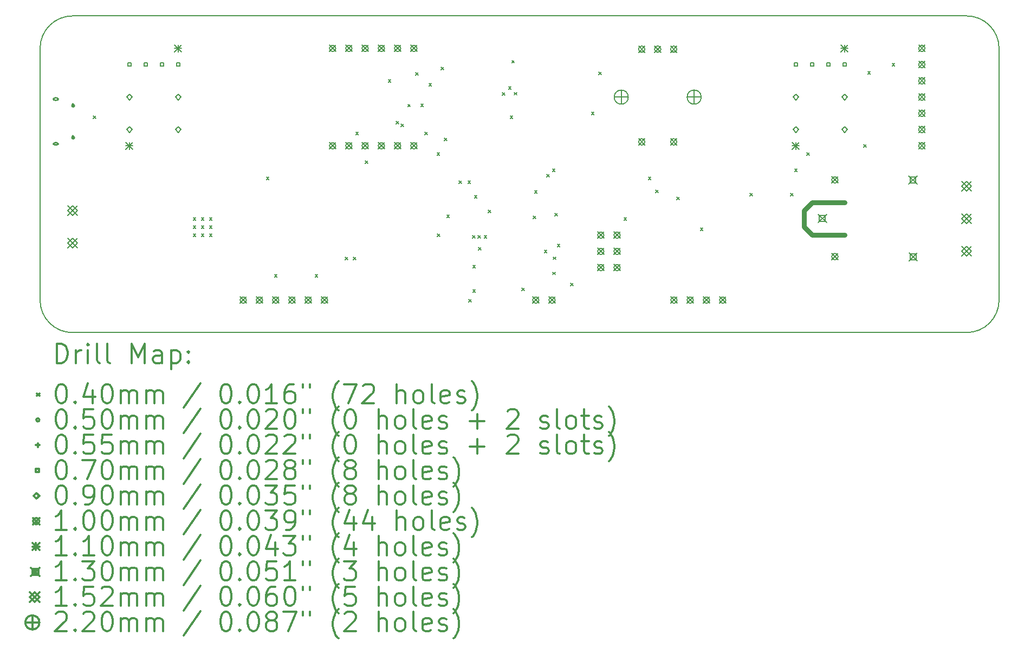
<source format=gbr>
%FSLAX45Y45*%
G04 Gerber Fmt 4.5, Leading zero omitted, Abs format (unit mm)*
G04 Created by KiCad (PCBNEW 4.0.7-e2-6376~58~ubuntu16.04.1) date Fri Oct 20 12:03:44 2017*
%MOMM*%
%LPD*%
G01*
G04 APERTURE LIST*
%ADD10C,0.127000*%
%ADD11C,0.800000*%
%ADD12C,0.200000*%
%ADD13C,0.300000*%
G04 APERTURE END LIST*
D10*
D11*
X12065000Y1524000D02*
X12573000Y1524000D01*
X11938000Y1651000D02*
X12065000Y1524000D01*
X11938000Y1905000D02*
X11938000Y1651000D01*
X12065000Y2032000D02*
X11938000Y1905000D01*
X12573000Y2032000D02*
X12065000Y2032000D01*
D12*
X508000Y4953000D02*
X14478000Y4953000D01*
X0Y508000D02*
X0Y4445000D01*
X14478000Y0D02*
X508000Y0D01*
X14986000Y508000D02*
X14986000Y4445000D01*
X0Y508000D02*
G75*
G03X508000Y0I508000J0D01*
G01*
X508000Y4953000D02*
G75*
G03X0Y4445000I0J-508000D01*
G01*
X14986000Y4445000D02*
G75*
G03X14478000Y4953000I-508000J0D01*
G01*
X14478000Y0D02*
G75*
G03X14986000Y508000I0J508000D01*
G01*
D12*
X830900Y3385500D02*
X870900Y3345500D01*
X870900Y3385500D02*
X830900Y3345500D01*
X2393000Y1798000D02*
X2433000Y1758000D01*
X2433000Y1798000D02*
X2393000Y1758000D01*
X2393000Y1671000D02*
X2433000Y1631000D01*
X2433000Y1671000D02*
X2393000Y1631000D01*
X2393000Y1544000D02*
X2433000Y1504000D01*
X2433000Y1544000D02*
X2393000Y1504000D01*
X2520000Y1798000D02*
X2560000Y1758000D01*
X2560000Y1798000D02*
X2520000Y1758000D01*
X2520000Y1671000D02*
X2560000Y1631000D01*
X2560000Y1671000D02*
X2520000Y1631000D01*
X2520000Y1544000D02*
X2560000Y1504000D01*
X2560000Y1544000D02*
X2520000Y1504000D01*
X2647000Y1798000D02*
X2687000Y1758000D01*
X2687000Y1798000D02*
X2647000Y1758000D01*
X2647000Y1671000D02*
X2687000Y1631000D01*
X2687000Y1671000D02*
X2647000Y1631000D01*
X2647000Y1544000D02*
X2687000Y1504000D01*
X2687000Y1544000D02*
X2647000Y1504000D01*
X3536000Y2433000D02*
X3576000Y2393000D01*
X3576000Y2433000D02*
X3536000Y2393000D01*
X3663000Y909000D02*
X3703000Y869000D01*
X3703000Y909000D02*
X3663000Y869000D01*
X3663000Y909000D02*
X3703000Y869000D01*
X3703000Y909000D02*
X3663000Y869000D01*
X4298000Y909000D02*
X4338000Y869000D01*
X4338000Y909000D02*
X4298000Y869000D01*
X4767900Y1175700D02*
X4807900Y1135700D01*
X4807900Y1175700D02*
X4767900Y1135700D01*
X4894900Y1175700D02*
X4934900Y1135700D01*
X4934900Y1175700D02*
X4894900Y1135700D01*
X4933000Y3131500D02*
X4973000Y3091500D01*
X4973000Y3131500D02*
X4933000Y3091500D01*
X5081500Y2687000D02*
X5121500Y2647000D01*
X5121500Y2687000D02*
X5081500Y2647000D01*
X5441000Y3957000D02*
X5481000Y3917000D01*
X5481000Y3957000D02*
X5441000Y3917000D01*
X5567051Y3305540D02*
X5607051Y3265540D01*
X5607051Y3305540D02*
X5567051Y3265540D01*
X5637850Y3258500D02*
X5677850Y3218500D01*
X5677850Y3258500D02*
X5637850Y3218500D01*
X5745800Y3569650D02*
X5785800Y3529650D01*
X5785800Y3569650D02*
X5745800Y3529650D01*
X5868034Y4067499D02*
X5908034Y4027499D01*
X5908034Y4067499D02*
X5868034Y4027499D01*
X5949000Y3576000D02*
X5989000Y3536000D01*
X5989000Y3576000D02*
X5949000Y3536000D01*
X6012500Y3131500D02*
X6052500Y3091500D01*
X6052500Y3131500D02*
X6012500Y3091500D01*
X6076000Y3893500D02*
X6116000Y3853500D01*
X6116000Y3893500D02*
X6076000Y3853500D01*
X6203000Y2814000D02*
X6243000Y2774000D01*
X6243000Y2814000D02*
X6203000Y2774000D01*
X6206200Y1540800D02*
X6246200Y1500800D01*
X6246200Y1540800D02*
X6206200Y1500800D01*
X6266500Y4147500D02*
X6306500Y4107500D01*
X6306500Y4147500D02*
X6266500Y4107500D01*
X6317300Y3042600D02*
X6357300Y3002600D01*
X6357300Y3042600D02*
X6317300Y3002600D01*
X6355400Y1836100D02*
X6395400Y1796100D01*
X6395400Y1836100D02*
X6355400Y1796100D01*
X6545900Y2369500D02*
X6585900Y2329500D01*
X6585900Y2369500D02*
X6545900Y2329500D01*
X6685600Y2369500D02*
X6725600Y2329500D01*
X6725600Y2369500D02*
X6685600Y2329500D01*
X6698300Y515300D02*
X6738300Y475300D01*
X6738300Y515300D02*
X6698300Y475300D01*
X6755450Y1518600D02*
X6795450Y1478600D01*
X6795450Y1518600D02*
X6755450Y1478600D01*
X6761800Y1048700D02*
X6801800Y1008700D01*
X6801800Y1048700D02*
X6761800Y1008700D01*
X6761800Y667700D02*
X6801800Y627700D01*
X6801800Y667700D02*
X6761800Y627700D01*
X6787200Y2140900D02*
X6827200Y2100900D01*
X6827200Y2140900D02*
X6787200Y2100900D01*
X6844936Y1518576D02*
X6884936Y1478576D01*
X6884936Y1518576D02*
X6844936Y1478576D01*
X6850700Y1328100D02*
X6890700Y1288100D01*
X6890700Y1328100D02*
X6850700Y1288100D01*
X6939600Y1518600D02*
X6979600Y1478600D01*
X6979600Y1518600D02*
X6939600Y1478600D01*
X7003100Y1912300D02*
X7043100Y1872300D01*
X7043100Y1912300D02*
X7003100Y1872300D01*
X7225350Y3753800D02*
X7265350Y3713800D01*
X7265350Y3753800D02*
X7225350Y3713800D01*
X7320600Y3842700D02*
X7360600Y3802700D01*
X7360600Y3842700D02*
X7320600Y3802700D01*
X7346000Y3385500D02*
X7386000Y3345500D01*
X7386000Y3385500D02*
X7346000Y3345500D01*
X7371400Y4255450D02*
X7411400Y4215450D01*
X7411400Y4255450D02*
X7371400Y4215450D01*
X7408260Y3756378D02*
X7448260Y3716378D01*
X7448260Y3756378D02*
X7408260Y3716378D01*
X7530694Y698906D02*
X7570694Y658906D01*
X7570694Y698906D02*
X7530694Y658906D01*
X7708278Y1823117D02*
X7748278Y1783117D01*
X7748278Y1823117D02*
X7708278Y1783117D01*
X7727000Y2217100D02*
X7767000Y2177100D01*
X7767000Y2217100D02*
X7727000Y2177100D01*
X7879400Y1290000D02*
X7919400Y1250000D01*
X7919400Y1290000D02*
X7879400Y1250000D01*
X7917500Y2471100D02*
X7957500Y2431100D01*
X7957500Y2471100D02*
X7917500Y2431100D01*
X8006400Y2560000D02*
X8046400Y2520000D01*
X8046400Y2560000D02*
X8006400Y2520000D01*
X8011228Y945001D02*
X8051228Y905001D01*
X8051228Y945001D02*
X8011228Y905001D01*
X8019100Y1182050D02*
X8059100Y1142050D01*
X8059100Y1182050D02*
X8019100Y1142050D01*
X8044500Y1861500D02*
X8084500Y1821500D01*
X8084500Y1861500D02*
X8044500Y1821500D01*
X8082600Y1378900D02*
X8122600Y1338900D01*
X8122600Y1378900D02*
X8082600Y1338900D01*
X8293311Y769300D02*
X8333311Y729300D01*
X8333311Y769300D02*
X8293311Y729300D01*
X8616000Y3449000D02*
X8656000Y3409000D01*
X8656000Y3449000D02*
X8616000Y3409000D01*
X8730300Y4071300D02*
X8770300Y4031300D01*
X8770300Y4071300D02*
X8730300Y4031300D01*
X9124000Y1798000D02*
X9164000Y1758000D01*
X9164000Y1798000D02*
X9124000Y1758000D01*
X9505000Y2433000D02*
X9545000Y2393000D01*
X9545000Y2433000D02*
X9505000Y2393000D01*
X9619300Y2229800D02*
X9659300Y2189800D01*
X9659300Y2229800D02*
X9619300Y2189800D01*
X9949500Y2115500D02*
X9989500Y2075500D01*
X9989500Y2115500D02*
X9949500Y2075500D01*
X10317800Y1632900D02*
X10357800Y1592900D01*
X10357800Y1632900D02*
X10317800Y1592900D01*
X11092500Y2179000D02*
X11132500Y2139000D01*
X11132500Y2179000D02*
X11092500Y2139000D01*
X11727500Y2179000D02*
X11767500Y2139000D01*
X11767500Y2179000D02*
X11727500Y2139000D01*
X11791000Y2560000D02*
X11831000Y2520000D01*
X11831000Y2560000D02*
X11791000Y2520000D01*
X11981500Y2814000D02*
X12021500Y2774000D01*
X12021500Y2814000D02*
X11981500Y2774000D01*
X12870500Y2941000D02*
X12910500Y2901000D01*
X12910500Y2941000D02*
X12870500Y2901000D01*
X12934000Y4084000D02*
X12974000Y4044000D01*
X12974000Y4084000D02*
X12934000Y4044000D01*
X13315000Y4211000D02*
X13355000Y4171000D01*
X13355000Y4211000D02*
X13315000Y4171000D01*
X271000Y3652000D02*
G75*
G03X271000Y3652000I-25000J0D01*
G01*
X213500Y3637000D02*
X278500Y3637000D01*
X213500Y3667000D02*
X278500Y3667000D01*
X278500Y3637000D02*
G75*
G03X278500Y3667000I0J15000D01*
G01*
X213500Y3667000D02*
G75*
G03X213500Y3637000I0J-15000D01*
G01*
X271000Y2952000D02*
G75*
G03X271000Y2952000I-25000J0D01*
G01*
X213500Y2937000D02*
X278500Y2937000D01*
X213500Y2967000D02*
X278500Y2967000D01*
X278500Y2937000D02*
G75*
G03X278500Y2967000I0J15000D01*
G01*
X213500Y2967000D02*
G75*
G03X213500Y2937000I0J-15000D01*
G01*
X516000Y3579500D02*
X516000Y3524500D01*
X488500Y3552000D02*
X543500Y3552000D01*
X498500Y3567000D02*
X498500Y3537000D01*
X533500Y3567000D02*
X533500Y3537000D01*
X498500Y3537000D02*
G75*
G03X533500Y3537000I17500J0D01*
G01*
X533500Y3567000D02*
G75*
G03X498500Y3567000I-17500J0D01*
G01*
X516000Y3079500D02*
X516000Y3024500D01*
X488500Y3052000D02*
X543500Y3052000D01*
X498500Y3067000D02*
X498500Y3037000D01*
X533500Y3067000D02*
X533500Y3037000D01*
X498500Y3037000D02*
G75*
G03X533500Y3037000I17500J0D01*
G01*
X533500Y3067000D02*
G75*
G03X498500Y3067000I-17500J0D01*
G01*
X1421749Y4166251D02*
X1421749Y4215749D01*
X1372251Y4215749D01*
X1372251Y4166251D01*
X1421749Y4166251D01*
X1675749Y4166251D02*
X1675749Y4215749D01*
X1626251Y4215749D01*
X1626251Y4166251D01*
X1675749Y4166251D01*
X1929749Y4166251D02*
X1929749Y4215749D01*
X1880251Y4215749D01*
X1880251Y4166251D01*
X1929749Y4166251D01*
X2183749Y4166251D02*
X2183749Y4215749D01*
X2134251Y4215749D01*
X2134251Y4166251D01*
X2183749Y4166251D01*
X11835749Y4166251D02*
X11835749Y4215749D01*
X11786251Y4215749D01*
X11786251Y4166251D01*
X11835749Y4166251D01*
X12089749Y4166251D02*
X12089749Y4215749D01*
X12040251Y4215749D01*
X12040251Y4166251D01*
X12089749Y4166251D01*
X12343749Y4166251D02*
X12343749Y4215749D01*
X12294251Y4215749D01*
X12294251Y4166251D01*
X12343749Y4166251D01*
X12597749Y4166251D02*
X12597749Y4215749D01*
X12548251Y4215749D01*
X12548251Y4166251D01*
X12597749Y4166251D01*
X1397000Y3638000D02*
X1442000Y3683000D01*
X1397000Y3728000D01*
X1352000Y3683000D01*
X1397000Y3638000D01*
X1397000Y3130000D02*
X1442000Y3175000D01*
X1397000Y3220000D01*
X1352000Y3175000D01*
X1397000Y3130000D01*
X2159000Y3638000D02*
X2204000Y3683000D01*
X2159000Y3728000D01*
X2114000Y3683000D01*
X2159000Y3638000D01*
X2159000Y3130000D02*
X2204000Y3175000D01*
X2159000Y3220000D01*
X2114000Y3175000D01*
X2159000Y3130000D01*
X11811000Y3638000D02*
X11856000Y3683000D01*
X11811000Y3728000D01*
X11766000Y3683000D01*
X11811000Y3638000D01*
X11811000Y3130000D02*
X11856000Y3175000D01*
X11811000Y3220000D01*
X11766000Y3175000D01*
X11811000Y3130000D01*
X12573000Y3638000D02*
X12618000Y3683000D01*
X12573000Y3728000D01*
X12528000Y3683000D01*
X12573000Y3638000D01*
X12573000Y3130000D02*
X12618000Y3175000D01*
X12573000Y3220000D01*
X12528000Y3175000D01*
X12573000Y3130000D01*
X3125000Y558000D02*
X3225000Y458000D01*
X3225000Y558000D02*
X3125000Y458000D01*
X3225000Y508000D02*
G75*
G03X3225000Y508000I-50000J0D01*
G01*
X3379000Y558000D02*
X3479000Y458000D01*
X3479000Y558000D02*
X3379000Y458000D01*
X3479000Y508000D02*
G75*
G03X3479000Y508000I-50000J0D01*
G01*
X3633000Y558000D02*
X3733000Y458000D01*
X3733000Y558000D02*
X3633000Y458000D01*
X3733000Y508000D02*
G75*
G03X3733000Y508000I-50000J0D01*
G01*
X3887000Y558000D02*
X3987000Y458000D01*
X3987000Y558000D02*
X3887000Y458000D01*
X3987000Y508000D02*
G75*
G03X3987000Y508000I-50000J0D01*
G01*
X4141000Y558000D02*
X4241000Y458000D01*
X4241000Y558000D02*
X4141000Y458000D01*
X4241000Y508000D02*
G75*
G03X4241000Y508000I-50000J0D01*
G01*
X4395000Y558000D02*
X4495000Y458000D01*
X4495000Y558000D02*
X4395000Y458000D01*
X4495000Y508000D02*
G75*
G03X4495000Y508000I-50000J0D01*
G01*
X4522000Y4495000D02*
X4622000Y4395000D01*
X4622000Y4495000D02*
X4522000Y4395000D01*
X4622000Y4445000D02*
G75*
G03X4622000Y4445000I-50000J0D01*
G01*
X4522000Y2971000D02*
X4622000Y2871000D01*
X4622000Y2971000D02*
X4522000Y2871000D01*
X4622000Y2921000D02*
G75*
G03X4622000Y2921000I-50000J0D01*
G01*
X4776000Y4495000D02*
X4876000Y4395000D01*
X4876000Y4495000D02*
X4776000Y4395000D01*
X4876000Y4445000D02*
G75*
G03X4876000Y4445000I-50000J0D01*
G01*
X4776000Y2971000D02*
X4876000Y2871000D01*
X4876000Y2971000D02*
X4776000Y2871000D01*
X4876000Y2921000D02*
G75*
G03X4876000Y2921000I-50000J0D01*
G01*
X5030000Y4495000D02*
X5130000Y4395000D01*
X5130000Y4495000D02*
X5030000Y4395000D01*
X5130000Y4445000D02*
G75*
G03X5130000Y4445000I-50000J0D01*
G01*
X5030000Y2971000D02*
X5130000Y2871000D01*
X5130000Y2971000D02*
X5030000Y2871000D01*
X5130000Y2921000D02*
G75*
G03X5130000Y2921000I-50000J0D01*
G01*
X5284000Y4495000D02*
X5384000Y4395000D01*
X5384000Y4495000D02*
X5284000Y4395000D01*
X5384000Y4445000D02*
G75*
G03X5384000Y4445000I-50000J0D01*
G01*
X5284000Y2971000D02*
X5384000Y2871000D01*
X5384000Y2971000D02*
X5284000Y2871000D01*
X5384000Y2921000D02*
G75*
G03X5384000Y2921000I-50000J0D01*
G01*
X5538000Y4495000D02*
X5638000Y4395000D01*
X5638000Y4495000D02*
X5538000Y4395000D01*
X5638000Y4445000D02*
G75*
G03X5638000Y4445000I-50000J0D01*
G01*
X5538000Y2971000D02*
X5638000Y2871000D01*
X5638000Y2971000D02*
X5538000Y2871000D01*
X5638000Y2921000D02*
G75*
G03X5638000Y2921000I-50000J0D01*
G01*
X5792000Y4495000D02*
X5892000Y4395000D01*
X5892000Y4495000D02*
X5792000Y4395000D01*
X5892000Y4445000D02*
G75*
G03X5892000Y4445000I-50000J0D01*
G01*
X5792000Y2971000D02*
X5892000Y2871000D01*
X5892000Y2971000D02*
X5792000Y2871000D01*
X5892000Y2921000D02*
G75*
G03X5892000Y2921000I-50000J0D01*
G01*
X7697000Y558000D02*
X7797000Y458000D01*
X7797000Y558000D02*
X7697000Y458000D01*
X7797000Y508000D02*
G75*
G03X7797000Y508000I-50000J0D01*
G01*
X7951000Y558000D02*
X8051000Y458000D01*
X8051000Y558000D02*
X7951000Y458000D01*
X8051000Y508000D02*
G75*
G03X8051000Y508000I-50000J0D01*
G01*
X8713000Y1574000D02*
X8813000Y1474000D01*
X8813000Y1574000D02*
X8713000Y1474000D01*
X8813000Y1524000D02*
G75*
G03X8813000Y1524000I-50000J0D01*
G01*
X8713000Y1320000D02*
X8813000Y1220000D01*
X8813000Y1320000D02*
X8713000Y1220000D01*
X8813000Y1270000D02*
G75*
G03X8813000Y1270000I-50000J0D01*
G01*
X8713000Y1066000D02*
X8813000Y966000D01*
X8813000Y1066000D02*
X8713000Y966000D01*
X8813000Y1016000D02*
G75*
G03X8813000Y1016000I-50000J0D01*
G01*
X8967000Y1574000D02*
X9067000Y1474000D01*
X9067000Y1574000D02*
X8967000Y1474000D01*
X9067000Y1524000D02*
G75*
G03X9067000Y1524000I-50000J0D01*
G01*
X8967000Y1320000D02*
X9067000Y1220000D01*
X9067000Y1320000D02*
X8967000Y1220000D01*
X9067000Y1270000D02*
G75*
G03X9067000Y1270000I-50000J0D01*
G01*
X8967000Y1066000D02*
X9067000Y966000D01*
X9067000Y1066000D02*
X8967000Y966000D01*
X9067000Y1016000D02*
G75*
G03X9067000Y1016000I-50000J0D01*
G01*
X9352000Y4483000D02*
X9452000Y4383000D01*
X9452000Y4483000D02*
X9352000Y4383000D01*
X9452000Y4433000D02*
G75*
G03X9452000Y4433000I-50000J0D01*
G01*
X9352000Y3033000D02*
X9452000Y2933000D01*
X9452000Y3033000D02*
X9352000Y2933000D01*
X9452000Y2983000D02*
G75*
G03X9452000Y2983000I-50000J0D01*
G01*
X9602000Y4483000D02*
X9702000Y4383000D01*
X9702000Y4483000D02*
X9602000Y4383000D01*
X9702000Y4433000D02*
G75*
G03X9702000Y4433000I-50000J0D01*
G01*
X9852000Y4483000D02*
X9952000Y4383000D01*
X9952000Y4483000D02*
X9852000Y4383000D01*
X9952000Y4433000D02*
G75*
G03X9952000Y4433000I-50000J0D01*
G01*
X9852000Y3033000D02*
X9952000Y2933000D01*
X9952000Y3033000D02*
X9852000Y2933000D01*
X9952000Y2983000D02*
G75*
G03X9952000Y2983000I-50000J0D01*
G01*
X9856000Y558000D02*
X9956000Y458000D01*
X9956000Y558000D02*
X9856000Y458000D01*
X9956000Y508000D02*
G75*
G03X9956000Y508000I-50000J0D01*
G01*
X10110000Y558000D02*
X10210000Y458000D01*
X10210000Y558000D02*
X10110000Y458000D01*
X10210000Y508000D02*
G75*
G03X10210000Y508000I-50000J0D01*
G01*
X10364000Y558000D02*
X10464000Y458000D01*
X10464000Y558000D02*
X10364000Y458000D01*
X10464000Y508000D02*
G75*
G03X10464000Y508000I-50000J0D01*
G01*
X10618000Y558000D02*
X10718000Y458000D01*
X10718000Y558000D02*
X10618000Y458000D01*
X10718000Y508000D02*
G75*
G03X10718000Y508000I-50000J0D01*
G01*
X12370600Y2437600D02*
X12470600Y2337600D01*
X12470600Y2437600D02*
X12370600Y2337600D01*
X12470600Y2387600D02*
G75*
G03X12470600Y2387600I-50000J0D01*
G01*
X12370600Y1237600D02*
X12470600Y1137600D01*
X12470600Y1237600D02*
X12370600Y1137600D01*
X12470600Y1187600D02*
G75*
G03X12470600Y1187600I-50000J0D01*
G01*
X13729500Y4495000D02*
X13829500Y4395000D01*
X13829500Y4495000D02*
X13729500Y4395000D01*
X13829500Y4445000D02*
G75*
G03X13829500Y4445000I-50000J0D01*
G01*
X13729500Y4241000D02*
X13829500Y4141000D01*
X13829500Y4241000D02*
X13729500Y4141000D01*
X13829500Y4191000D02*
G75*
G03X13829500Y4191000I-50000J0D01*
G01*
X13729500Y3987000D02*
X13829500Y3887000D01*
X13829500Y3987000D02*
X13729500Y3887000D01*
X13829500Y3937000D02*
G75*
G03X13829500Y3937000I-50000J0D01*
G01*
X13729500Y3733000D02*
X13829500Y3633000D01*
X13829500Y3733000D02*
X13729500Y3633000D01*
X13829500Y3683000D02*
G75*
G03X13829500Y3683000I-50000J0D01*
G01*
X13729500Y3479000D02*
X13829500Y3379000D01*
X13829500Y3479000D02*
X13729500Y3379000D01*
X13829500Y3429000D02*
G75*
G03X13829500Y3429000I-50000J0D01*
G01*
X13729500Y3225000D02*
X13829500Y3125000D01*
X13829500Y3225000D02*
X13729500Y3125000D01*
X13829500Y3175000D02*
G75*
G03X13829500Y3175000I-50000J0D01*
G01*
X13729500Y2971000D02*
X13829500Y2871000D01*
X13829500Y2971000D02*
X13729500Y2871000D01*
X13829500Y2921000D02*
G75*
G03X13829500Y2921000I-50000J0D01*
G01*
X1342000Y2976000D02*
X1452000Y2866000D01*
X1452000Y2976000D02*
X1342000Y2866000D01*
X1397000Y2976000D02*
X1397000Y2866000D01*
X1342000Y2921000D02*
X1452000Y2921000D01*
X2104000Y4500000D02*
X2214000Y4390000D01*
X2214000Y4500000D02*
X2104000Y4390000D01*
X2159000Y4500000D02*
X2159000Y4390000D01*
X2104000Y4445000D02*
X2214000Y4445000D01*
X11756000Y2976000D02*
X11866000Y2866000D01*
X11866000Y2976000D02*
X11756000Y2866000D01*
X11811000Y2976000D02*
X11811000Y2866000D01*
X11756000Y2921000D02*
X11866000Y2921000D01*
X12518000Y4500000D02*
X12628000Y4390000D01*
X12628000Y4500000D02*
X12518000Y4390000D01*
X12573000Y4500000D02*
X12573000Y4390000D01*
X12518000Y4445000D02*
X12628000Y4445000D01*
X12160600Y1847600D02*
X12290600Y1717600D01*
X12290600Y1847600D02*
X12160600Y1717600D01*
X12271562Y1736638D02*
X12271562Y1828562D01*
X12179638Y1828562D01*
X12179638Y1736638D01*
X12271562Y1736638D01*
X13575600Y2452600D02*
X13705600Y2322600D01*
X13705600Y2452600D02*
X13575600Y2322600D01*
X13686562Y2341638D02*
X13686562Y2433562D01*
X13594638Y2433562D01*
X13594638Y2341638D01*
X13686562Y2341638D01*
X13580600Y1247600D02*
X13710600Y1117600D01*
X13710600Y1247600D02*
X13580600Y1117600D01*
X13691562Y1136638D02*
X13691562Y1228562D01*
X13599638Y1228562D01*
X13599638Y1136638D01*
X13691562Y1136638D01*
X432000Y1981000D02*
X584000Y1829000D01*
X584000Y1981000D02*
X432000Y1829000D01*
X508000Y1829000D02*
X584000Y1905000D01*
X508000Y1981000D01*
X432000Y1905000D01*
X508000Y1829000D01*
X432000Y1473000D02*
X584000Y1321000D01*
X584000Y1473000D02*
X432000Y1321000D01*
X508000Y1321000D02*
X584000Y1397000D01*
X508000Y1473000D01*
X432000Y1397000D01*
X508000Y1321000D01*
X14402000Y2362000D02*
X14554000Y2210000D01*
X14554000Y2362000D02*
X14402000Y2210000D01*
X14478000Y2210000D02*
X14554000Y2286000D01*
X14478000Y2362000D01*
X14402000Y2286000D01*
X14478000Y2210000D01*
X14402000Y1854000D02*
X14554000Y1702000D01*
X14554000Y1854000D02*
X14402000Y1702000D01*
X14478000Y1702000D02*
X14554000Y1778000D01*
X14478000Y1854000D01*
X14402000Y1778000D01*
X14478000Y1702000D01*
X14402000Y1346000D02*
X14554000Y1194000D01*
X14554000Y1346000D02*
X14402000Y1194000D01*
X14478000Y1194000D02*
X14554000Y1270000D01*
X14478000Y1346000D01*
X14402000Y1270000D01*
X14478000Y1194000D01*
X9082000Y3793000D02*
X9082000Y3573000D01*
X8972000Y3683000D02*
X9192000Y3683000D01*
X9192000Y3683000D02*
G75*
G03X9192000Y3683000I-110000J0D01*
G01*
X10222000Y3793000D02*
X10222000Y3573000D01*
X10112000Y3683000D02*
X10332000Y3683000D01*
X10332000Y3683000D02*
G75*
G03X10332000Y3683000I-110000J0D01*
G01*
D13*
X261428Y-475714D02*
X261428Y-175714D01*
X332857Y-175714D01*
X375714Y-190000D01*
X404286Y-218571D01*
X418571Y-247143D01*
X432857Y-304286D01*
X432857Y-347143D01*
X418571Y-404286D01*
X404286Y-432857D01*
X375714Y-461429D01*
X332857Y-475714D01*
X261428Y-475714D01*
X561429Y-475714D02*
X561429Y-275714D01*
X561429Y-332857D02*
X575714Y-304286D01*
X590000Y-290000D01*
X618571Y-275714D01*
X647143Y-275714D01*
X747143Y-475714D02*
X747143Y-275714D01*
X747143Y-175714D02*
X732857Y-190000D01*
X747143Y-204286D01*
X761428Y-190000D01*
X747143Y-175714D01*
X747143Y-204286D01*
X932857Y-475714D02*
X904286Y-461429D01*
X890000Y-432857D01*
X890000Y-175714D01*
X1090000Y-475714D02*
X1061429Y-461429D01*
X1047143Y-432857D01*
X1047143Y-175714D01*
X1432857Y-475714D02*
X1432857Y-175714D01*
X1532857Y-390000D01*
X1632857Y-175714D01*
X1632857Y-475714D01*
X1904286Y-475714D02*
X1904286Y-318572D01*
X1890000Y-290000D01*
X1861428Y-275714D01*
X1804286Y-275714D01*
X1775714Y-290000D01*
X1904286Y-461429D02*
X1875714Y-475714D01*
X1804286Y-475714D01*
X1775714Y-461429D01*
X1761428Y-432857D01*
X1761428Y-404286D01*
X1775714Y-375714D01*
X1804286Y-361429D01*
X1875714Y-361429D01*
X1904286Y-347143D01*
X2047143Y-275714D02*
X2047143Y-575714D01*
X2047143Y-290000D02*
X2075714Y-275714D01*
X2132857Y-275714D01*
X2161429Y-290000D01*
X2175714Y-304286D01*
X2190000Y-332857D01*
X2190000Y-418571D01*
X2175714Y-447143D01*
X2161429Y-461429D01*
X2132857Y-475714D01*
X2075714Y-475714D01*
X2047143Y-461429D01*
X2318571Y-447143D02*
X2332857Y-461429D01*
X2318571Y-475714D01*
X2304286Y-461429D01*
X2318571Y-447143D01*
X2318571Y-475714D01*
X2318571Y-290000D02*
X2332857Y-304286D01*
X2318571Y-318572D01*
X2304286Y-304286D01*
X2318571Y-290000D01*
X2318571Y-318572D01*
X-50000Y-950000D02*
X-10000Y-990000D01*
X-10000Y-950000D02*
X-50000Y-990000D01*
X318571Y-805714D02*
X347143Y-805714D01*
X375714Y-820000D01*
X390000Y-834286D01*
X404286Y-862857D01*
X418571Y-920000D01*
X418571Y-991429D01*
X404286Y-1048571D01*
X390000Y-1077143D01*
X375714Y-1091429D01*
X347143Y-1105714D01*
X318571Y-1105714D01*
X290000Y-1091429D01*
X275714Y-1077143D01*
X261428Y-1048571D01*
X247143Y-991429D01*
X247143Y-920000D01*
X261428Y-862857D01*
X275714Y-834286D01*
X290000Y-820000D01*
X318571Y-805714D01*
X547143Y-1077143D02*
X561429Y-1091429D01*
X547143Y-1105714D01*
X532857Y-1091429D01*
X547143Y-1077143D01*
X547143Y-1105714D01*
X818571Y-905714D02*
X818571Y-1105714D01*
X747143Y-791429D02*
X675714Y-1005714D01*
X861428Y-1005714D01*
X1032857Y-805714D02*
X1061429Y-805714D01*
X1090000Y-820000D01*
X1104286Y-834286D01*
X1118571Y-862857D01*
X1132857Y-920000D01*
X1132857Y-991429D01*
X1118571Y-1048571D01*
X1104286Y-1077143D01*
X1090000Y-1091429D01*
X1061429Y-1105714D01*
X1032857Y-1105714D01*
X1004286Y-1091429D01*
X990000Y-1077143D01*
X975714Y-1048571D01*
X961428Y-991429D01*
X961428Y-920000D01*
X975714Y-862857D01*
X990000Y-834286D01*
X1004286Y-820000D01*
X1032857Y-805714D01*
X1261429Y-1105714D02*
X1261429Y-905714D01*
X1261429Y-934286D02*
X1275714Y-920000D01*
X1304286Y-905714D01*
X1347143Y-905714D01*
X1375714Y-920000D01*
X1390000Y-948571D01*
X1390000Y-1105714D01*
X1390000Y-948571D02*
X1404286Y-920000D01*
X1432857Y-905714D01*
X1475714Y-905714D01*
X1504286Y-920000D01*
X1518571Y-948571D01*
X1518571Y-1105714D01*
X1661428Y-1105714D02*
X1661428Y-905714D01*
X1661428Y-934286D02*
X1675714Y-920000D01*
X1704286Y-905714D01*
X1747143Y-905714D01*
X1775714Y-920000D01*
X1790000Y-948571D01*
X1790000Y-1105714D01*
X1790000Y-948571D02*
X1804286Y-920000D01*
X1832857Y-905714D01*
X1875714Y-905714D01*
X1904286Y-920000D01*
X1918571Y-948571D01*
X1918571Y-1105714D01*
X2504286Y-791429D02*
X2247143Y-1177143D01*
X2890000Y-805714D02*
X2918571Y-805714D01*
X2947143Y-820000D01*
X2961428Y-834286D01*
X2975714Y-862857D01*
X2990000Y-920000D01*
X2990000Y-991429D01*
X2975714Y-1048571D01*
X2961428Y-1077143D01*
X2947143Y-1091429D01*
X2918571Y-1105714D01*
X2890000Y-1105714D01*
X2861428Y-1091429D01*
X2847143Y-1077143D01*
X2832857Y-1048571D01*
X2818571Y-991429D01*
X2818571Y-920000D01*
X2832857Y-862857D01*
X2847143Y-834286D01*
X2861428Y-820000D01*
X2890000Y-805714D01*
X3118571Y-1077143D02*
X3132857Y-1091429D01*
X3118571Y-1105714D01*
X3104286Y-1091429D01*
X3118571Y-1077143D01*
X3118571Y-1105714D01*
X3318571Y-805714D02*
X3347143Y-805714D01*
X3375714Y-820000D01*
X3390000Y-834286D01*
X3404285Y-862857D01*
X3418571Y-920000D01*
X3418571Y-991429D01*
X3404285Y-1048571D01*
X3390000Y-1077143D01*
X3375714Y-1091429D01*
X3347143Y-1105714D01*
X3318571Y-1105714D01*
X3290000Y-1091429D01*
X3275714Y-1077143D01*
X3261428Y-1048571D01*
X3247143Y-991429D01*
X3247143Y-920000D01*
X3261428Y-862857D01*
X3275714Y-834286D01*
X3290000Y-820000D01*
X3318571Y-805714D01*
X3704285Y-1105714D02*
X3532857Y-1105714D01*
X3618571Y-1105714D02*
X3618571Y-805714D01*
X3590000Y-848571D01*
X3561428Y-877143D01*
X3532857Y-891429D01*
X3961428Y-805714D02*
X3904285Y-805714D01*
X3875714Y-820000D01*
X3861428Y-834286D01*
X3832857Y-877143D01*
X3818571Y-934286D01*
X3818571Y-1048571D01*
X3832857Y-1077143D01*
X3847143Y-1091429D01*
X3875714Y-1105714D01*
X3932857Y-1105714D01*
X3961428Y-1091429D01*
X3975714Y-1077143D01*
X3990000Y-1048571D01*
X3990000Y-977143D01*
X3975714Y-948571D01*
X3961428Y-934286D01*
X3932857Y-920000D01*
X3875714Y-920000D01*
X3847143Y-934286D01*
X3832857Y-948571D01*
X3818571Y-977143D01*
X4104286Y-805714D02*
X4104286Y-862857D01*
X4218571Y-805714D02*
X4218571Y-862857D01*
X4661428Y-1220000D02*
X4647143Y-1205714D01*
X4618571Y-1162857D01*
X4604286Y-1134286D01*
X4590000Y-1091429D01*
X4575714Y-1020000D01*
X4575714Y-962857D01*
X4590000Y-891429D01*
X4604286Y-848571D01*
X4618571Y-820000D01*
X4647143Y-777143D01*
X4661428Y-762857D01*
X4747143Y-805714D02*
X4947143Y-805714D01*
X4818571Y-1105714D01*
X5047143Y-834286D02*
X5061428Y-820000D01*
X5090000Y-805714D01*
X5161428Y-805714D01*
X5190000Y-820000D01*
X5204286Y-834286D01*
X5218571Y-862857D01*
X5218571Y-891429D01*
X5204286Y-934286D01*
X5032857Y-1105714D01*
X5218571Y-1105714D01*
X5575714Y-1105714D02*
X5575714Y-805714D01*
X5704285Y-1105714D02*
X5704285Y-948571D01*
X5690000Y-920000D01*
X5661428Y-905714D01*
X5618571Y-905714D01*
X5590000Y-920000D01*
X5575714Y-934286D01*
X5890000Y-1105714D02*
X5861428Y-1091429D01*
X5847143Y-1077143D01*
X5832857Y-1048571D01*
X5832857Y-962857D01*
X5847143Y-934286D01*
X5861428Y-920000D01*
X5890000Y-905714D01*
X5932857Y-905714D01*
X5961428Y-920000D01*
X5975714Y-934286D01*
X5990000Y-962857D01*
X5990000Y-1048571D01*
X5975714Y-1077143D01*
X5961428Y-1091429D01*
X5932857Y-1105714D01*
X5890000Y-1105714D01*
X6161428Y-1105714D02*
X6132857Y-1091429D01*
X6118571Y-1062857D01*
X6118571Y-805714D01*
X6390000Y-1091429D02*
X6361428Y-1105714D01*
X6304286Y-1105714D01*
X6275714Y-1091429D01*
X6261428Y-1062857D01*
X6261428Y-948571D01*
X6275714Y-920000D01*
X6304286Y-905714D01*
X6361428Y-905714D01*
X6390000Y-920000D01*
X6404286Y-948571D01*
X6404286Y-977143D01*
X6261428Y-1005714D01*
X6518571Y-1091429D02*
X6547143Y-1105714D01*
X6604286Y-1105714D01*
X6632857Y-1091429D01*
X6647143Y-1062857D01*
X6647143Y-1048571D01*
X6632857Y-1020000D01*
X6604286Y-1005714D01*
X6561428Y-1005714D01*
X6532857Y-991429D01*
X6518571Y-962857D01*
X6518571Y-948571D01*
X6532857Y-920000D01*
X6561428Y-905714D01*
X6604286Y-905714D01*
X6632857Y-920000D01*
X6747143Y-1220000D02*
X6761428Y-1205714D01*
X6790000Y-1162857D01*
X6804286Y-1134286D01*
X6818571Y-1091429D01*
X6832857Y-1020000D01*
X6832857Y-962857D01*
X6818571Y-891429D01*
X6804286Y-848571D01*
X6790000Y-820000D01*
X6761428Y-777143D01*
X6747143Y-762857D01*
X-10000Y-1366000D02*
G75*
G03X-10000Y-1366000I-25000J0D01*
G01*
X318571Y-1201714D02*
X347143Y-1201714D01*
X375714Y-1216000D01*
X390000Y-1230286D01*
X404286Y-1258857D01*
X418571Y-1316000D01*
X418571Y-1387429D01*
X404286Y-1444571D01*
X390000Y-1473143D01*
X375714Y-1487429D01*
X347143Y-1501714D01*
X318571Y-1501714D01*
X290000Y-1487429D01*
X275714Y-1473143D01*
X261428Y-1444571D01*
X247143Y-1387429D01*
X247143Y-1316000D01*
X261428Y-1258857D01*
X275714Y-1230286D01*
X290000Y-1216000D01*
X318571Y-1201714D01*
X547143Y-1473143D02*
X561429Y-1487429D01*
X547143Y-1501714D01*
X532857Y-1487429D01*
X547143Y-1473143D01*
X547143Y-1501714D01*
X832857Y-1201714D02*
X690000Y-1201714D01*
X675714Y-1344572D01*
X690000Y-1330286D01*
X718571Y-1316000D01*
X790000Y-1316000D01*
X818571Y-1330286D01*
X832857Y-1344572D01*
X847143Y-1373143D01*
X847143Y-1444571D01*
X832857Y-1473143D01*
X818571Y-1487429D01*
X790000Y-1501714D01*
X718571Y-1501714D01*
X690000Y-1487429D01*
X675714Y-1473143D01*
X1032857Y-1201714D02*
X1061429Y-1201714D01*
X1090000Y-1216000D01*
X1104286Y-1230286D01*
X1118571Y-1258857D01*
X1132857Y-1316000D01*
X1132857Y-1387429D01*
X1118571Y-1444571D01*
X1104286Y-1473143D01*
X1090000Y-1487429D01*
X1061429Y-1501714D01*
X1032857Y-1501714D01*
X1004286Y-1487429D01*
X990000Y-1473143D01*
X975714Y-1444571D01*
X961428Y-1387429D01*
X961428Y-1316000D01*
X975714Y-1258857D01*
X990000Y-1230286D01*
X1004286Y-1216000D01*
X1032857Y-1201714D01*
X1261429Y-1501714D02*
X1261429Y-1301714D01*
X1261429Y-1330286D02*
X1275714Y-1316000D01*
X1304286Y-1301714D01*
X1347143Y-1301714D01*
X1375714Y-1316000D01*
X1390000Y-1344572D01*
X1390000Y-1501714D01*
X1390000Y-1344572D02*
X1404286Y-1316000D01*
X1432857Y-1301714D01*
X1475714Y-1301714D01*
X1504286Y-1316000D01*
X1518571Y-1344572D01*
X1518571Y-1501714D01*
X1661428Y-1501714D02*
X1661428Y-1301714D01*
X1661428Y-1330286D02*
X1675714Y-1316000D01*
X1704286Y-1301714D01*
X1747143Y-1301714D01*
X1775714Y-1316000D01*
X1790000Y-1344572D01*
X1790000Y-1501714D01*
X1790000Y-1344572D02*
X1804286Y-1316000D01*
X1832857Y-1301714D01*
X1875714Y-1301714D01*
X1904286Y-1316000D01*
X1918571Y-1344572D01*
X1918571Y-1501714D01*
X2504286Y-1187429D02*
X2247143Y-1573143D01*
X2890000Y-1201714D02*
X2918571Y-1201714D01*
X2947143Y-1216000D01*
X2961428Y-1230286D01*
X2975714Y-1258857D01*
X2990000Y-1316000D01*
X2990000Y-1387429D01*
X2975714Y-1444571D01*
X2961428Y-1473143D01*
X2947143Y-1487429D01*
X2918571Y-1501714D01*
X2890000Y-1501714D01*
X2861428Y-1487429D01*
X2847143Y-1473143D01*
X2832857Y-1444571D01*
X2818571Y-1387429D01*
X2818571Y-1316000D01*
X2832857Y-1258857D01*
X2847143Y-1230286D01*
X2861428Y-1216000D01*
X2890000Y-1201714D01*
X3118571Y-1473143D02*
X3132857Y-1487429D01*
X3118571Y-1501714D01*
X3104286Y-1487429D01*
X3118571Y-1473143D01*
X3118571Y-1501714D01*
X3318571Y-1201714D02*
X3347143Y-1201714D01*
X3375714Y-1216000D01*
X3390000Y-1230286D01*
X3404285Y-1258857D01*
X3418571Y-1316000D01*
X3418571Y-1387429D01*
X3404285Y-1444571D01*
X3390000Y-1473143D01*
X3375714Y-1487429D01*
X3347143Y-1501714D01*
X3318571Y-1501714D01*
X3290000Y-1487429D01*
X3275714Y-1473143D01*
X3261428Y-1444571D01*
X3247143Y-1387429D01*
X3247143Y-1316000D01*
X3261428Y-1258857D01*
X3275714Y-1230286D01*
X3290000Y-1216000D01*
X3318571Y-1201714D01*
X3532857Y-1230286D02*
X3547143Y-1216000D01*
X3575714Y-1201714D01*
X3647143Y-1201714D01*
X3675714Y-1216000D01*
X3690000Y-1230286D01*
X3704285Y-1258857D01*
X3704285Y-1287429D01*
X3690000Y-1330286D01*
X3518571Y-1501714D01*
X3704285Y-1501714D01*
X3890000Y-1201714D02*
X3918571Y-1201714D01*
X3947143Y-1216000D01*
X3961428Y-1230286D01*
X3975714Y-1258857D01*
X3990000Y-1316000D01*
X3990000Y-1387429D01*
X3975714Y-1444571D01*
X3961428Y-1473143D01*
X3947143Y-1487429D01*
X3918571Y-1501714D01*
X3890000Y-1501714D01*
X3861428Y-1487429D01*
X3847143Y-1473143D01*
X3832857Y-1444571D01*
X3818571Y-1387429D01*
X3818571Y-1316000D01*
X3832857Y-1258857D01*
X3847143Y-1230286D01*
X3861428Y-1216000D01*
X3890000Y-1201714D01*
X4104286Y-1201714D02*
X4104286Y-1258857D01*
X4218571Y-1201714D02*
X4218571Y-1258857D01*
X4661428Y-1616000D02*
X4647143Y-1601714D01*
X4618571Y-1558857D01*
X4604286Y-1530286D01*
X4590000Y-1487429D01*
X4575714Y-1416000D01*
X4575714Y-1358857D01*
X4590000Y-1287429D01*
X4604286Y-1244572D01*
X4618571Y-1216000D01*
X4647143Y-1173143D01*
X4661428Y-1158857D01*
X4832857Y-1201714D02*
X4861428Y-1201714D01*
X4890000Y-1216000D01*
X4904286Y-1230286D01*
X4918571Y-1258857D01*
X4932857Y-1316000D01*
X4932857Y-1387429D01*
X4918571Y-1444571D01*
X4904286Y-1473143D01*
X4890000Y-1487429D01*
X4861428Y-1501714D01*
X4832857Y-1501714D01*
X4804286Y-1487429D01*
X4790000Y-1473143D01*
X4775714Y-1444571D01*
X4761428Y-1387429D01*
X4761428Y-1316000D01*
X4775714Y-1258857D01*
X4790000Y-1230286D01*
X4804286Y-1216000D01*
X4832857Y-1201714D01*
X5290000Y-1501714D02*
X5290000Y-1201714D01*
X5418571Y-1501714D02*
X5418571Y-1344572D01*
X5404286Y-1316000D01*
X5375714Y-1301714D01*
X5332857Y-1301714D01*
X5304286Y-1316000D01*
X5290000Y-1330286D01*
X5604285Y-1501714D02*
X5575714Y-1487429D01*
X5561428Y-1473143D01*
X5547143Y-1444571D01*
X5547143Y-1358857D01*
X5561428Y-1330286D01*
X5575714Y-1316000D01*
X5604285Y-1301714D01*
X5647143Y-1301714D01*
X5675714Y-1316000D01*
X5690000Y-1330286D01*
X5704285Y-1358857D01*
X5704285Y-1444571D01*
X5690000Y-1473143D01*
X5675714Y-1487429D01*
X5647143Y-1501714D01*
X5604285Y-1501714D01*
X5875714Y-1501714D02*
X5847143Y-1487429D01*
X5832857Y-1458857D01*
X5832857Y-1201714D01*
X6104286Y-1487429D02*
X6075714Y-1501714D01*
X6018571Y-1501714D01*
X5990000Y-1487429D01*
X5975714Y-1458857D01*
X5975714Y-1344572D01*
X5990000Y-1316000D01*
X6018571Y-1301714D01*
X6075714Y-1301714D01*
X6104286Y-1316000D01*
X6118571Y-1344572D01*
X6118571Y-1373143D01*
X5975714Y-1401714D01*
X6232857Y-1487429D02*
X6261428Y-1501714D01*
X6318571Y-1501714D01*
X6347143Y-1487429D01*
X6361428Y-1458857D01*
X6361428Y-1444571D01*
X6347143Y-1416000D01*
X6318571Y-1401714D01*
X6275714Y-1401714D01*
X6247143Y-1387429D01*
X6232857Y-1358857D01*
X6232857Y-1344572D01*
X6247143Y-1316000D01*
X6275714Y-1301714D01*
X6318571Y-1301714D01*
X6347143Y-1316000D01*
X6718571Y-1387429D02*
X6947143Y-1387429D01*
X6832857Y-1501714D02*
X6832857Y-1273143D01*
X7304286Y-1230286D02*
X7318571Y-1216000D01*
X7347143Y-1201714D01*
X7418571Y-1201714D01*
X7447143Y-1216000D01*
X7461428Y-1230286D01*
X7475714Y-1258857D01*
X7475714Y-1287429D01*
X7461428Y-1330286D01*
X7290000Y-1501714D01*
X7475714Y-1501714D01*
X7818571Y-1487429D02*
X7847143Y-1501714D01*
X7904285Y-1501714D01*
X7932857Y-1487429D01*
X7947143Y-1458857D01*
X7947143Y-1444571D01*
X7932857Y-1416000D01*
X7904285Y-1401714D01*
X7861428Y-1401714D01*
X7832857Y-1387429D01*
X7818571Y-1358857D01*
X7818571Y-1344572D01*
X7832857Y-1316000D01*
X7861428Y-1301714D01*
X7904285Y-1301714D01*
X7932857Y-1316000D01*
X8118571Y-1501714D02*
X8090000Y-1487429D01*
X8075714Y-1458857D01*
X8075714Y-1201714D01*
X8275714Y-1501714D02*
X8247143Y-1487429D01*
X8232857Y-1473143D01*
X8218571Y-1444571D01*
X8218571Y-1358857D01*
X8232857Y-1330286D01*
X8247143Y-1316000D01*
X8275714Y-1301714D01*
X8318571Y-1301714D01*
X8347143Y-1316000D01*
X8361428Y-1330286D01*
X8375714Y-1358857D01*
X8375714Y-1444571D01*
X8361428Y-1473143D01*
X8347143Y-1487429D01*
X8318571Y-1501714D01*
X8275714Y-1501714D01*
X8461428Y-1301714D02*
X8575714Y-1301714D01*
X8504286Y-1201714D02*
X8504286Y-1458857D01*
X8518571Y-1487429D01*
X8547143Y-1501714D01*
X8575714Y-1501714D01*
X8661429Y-1487429D02*
X8690000Y-1501714D01*
X8747143Y-1501714D01*
X8775714Y-1487429D01*
X8790000Y-1458857D01*
X8790000Y-1444571D01*
X8775714Y-1416000D01*
X8747143Y-1401714D01*
X8704286Y-1401714D01*
X8675714Y-1387429D01*
X8661429Y-1358857D01*
X8661429Y-1344572D01*
X8675714Y-1316000D01*
X8704286Y-1301714D01*
X8747143Y-1301714D01*
X8775714Y-1316000D01*
X8890000Y-1616000D02*
X8904286Y-1601714D01*
X8932857Y-1558857D01*
X8947143Y-1530286D01*
X8961428Y-1487429D01*
X8975714Y-1416000D01*
X8975714Y-1358857D01*
X8961428Y-1287429D01*
X8947143Y-1244572D01*
X8932857Y-1216000D01*
X8904286Y-1173143D01*
X8890000Y-1158857D01*
X-37500Y-1734500D02*
X-37500Y-1789500D01*
X-65000Y-1762000D02*
X-10000Y-1762000D01*
X318571Y-1597714D02*
X347143Y-1597714D01*
X375714Y-1612000D01*
X390000Y-1626286D01*
X404286Y-1654857D01*
X418571Y-1712000D01*
X418571Y-1783429D01*
X404286Y-1840571D01*
X390000Y-1869143D01*
X375714Y-1883429D01*
X347143Y-1897714D01*
X318571Y-1897714D01*
X290000Y-1883429D01*
X275714Y-1869143D01*
X261428Y-1840571D01*
X247143Y-1783429D01*
X247143Y-1712000D01*
X261428Y-1654857D01*
X275714Y-1626286D01*
X290000Y-1612000D01*
X318571Y-1597714D01*
X547143Y-1869143D02*
X561429Y-1883429D01*
X547143Y-1897714D01*
X532857Y-1883429D01*
X547143Y-1869143D01*
X547143Y-1897714D01*
X832857Y-1597714D02*
X690000Y-1597714D01*
X675714Y-1740571D01*
X690000Y-1726286D01*
X718571Y-1712000D01*
X790000Y-1712000D01*
X818571Y-1726286D01*
X832857Y-1740571D01*
X847143Y-1769143D01*
X847143Y-1840571D01*
X832857Y-1869143D01*
X818571Y-1883429D01*
X790000Y-1897714D01*
X718571Y-1897714D01*
X690000Y-1883429D01*
X675714Y-1869143D01*
X1118571Y-1597714D02*
X975714Y-1597714D01*
X961428Y-1740571D01*
X975714Y-1726286D01*
X1004286Y-1712000D01*
X1075714Y-1712000D01*
X1104286Y-1726286D01*
X1118571Y-1740571D01*
X1132857Y-1769143D01*
X1132857Y-1840571D01*
X1118571Y-1869143D01*
X1104286Y-1883429D01*
X1075714Y-1897714D01*
X1004286Y-1897714D01*
X975714Y-1883429D01*
X961428Y-1869143D01*
X1261429Y-1897714D02*
X1261429Y-1697714D01*
X1261429Y-1726286D02*
X1275714Y-1712000D01*
X1304286Y-1697714D01*
X1347143Y-1697714D01*
X1375714Y-1712000D01*
X1390000Y-1740571D01*
X1390000Y-1897714D01*
X1390000Y-1740571D02*
X1404286Y-1712000D01*
X1432857Y-1697714D01*
X1475714Y-1697714D01*
X1504286Y-1712000D01*
X1518571Y-1740571D01*
X1518571Y-1897714D01*
X1661428Y-1897714D02*
X1661428Y-1697714D01*
X1661428Y-1726286D02*
X1675714Y-1712000D01*
X1704286Y-1697714D01*
X1747143Y-1697714D01*
X1775714Y-1712000D01*
X1790000Y-1740571D01*
X1790000Y-1897714D01*
X1790000Y-1740571D02*
X1804286Y-1712000D01*
X1832857Y-1697714D01*
X1875714Y-1697714D01*
X1904286Y-1712000D01*
X1918571Y-1740571D01*
X1918571Y-1897714D01*
X2504286Y-1583429D02*
X2247143Y-1969143D01*
X2890000Y-1597714D02*
X2918571Y-1597714D01*
X2947143Y-1612000D01*
X2961428Y-1626286D01*
X2975714Y-1654857D01*
X2990000Y-1712000D01*
X2990000Y-1783429D01*
X2975714Y-1840571D01*
X2961428Y-1869143D01*
X2947143Y-1883429D01*
X2918571Y-1897714D01*
X2890000Y-1897714D01*
X2861428Y-1883429D01*
X2847143Y-1869143D01*
X2832857Y-1840571D01*
X2818571Y-1783429D01*
X2818571Y-1712000D01*
X2832857Y-1654857D01*
X2847143Y-1626286D01*
X2861428Y-1612000D01*
X2890000Y-1597714D01*
X3118571Y-1869143D02*
X3132857Y-1883429D01*
X3118571Y-1897714D01*
X3104286Y-1883429D01*
X3118571Y-1869143D01*
X3118571Y-1897714D01*
X3318571Y-1597714D02*
X3347143Y-1597714D01*
X3375714Y-1612000D01*
X3390000Y-1626286D01*
X3404285Y-1654857D01*
X3418571Y-1712000D01*
X3418571Y-1783429D01*
X3404285Y-1840571D01*
X3390000Y-1869143D01*
X3375714Y-1883429D01*
X3347143Y-1897714D01*
X3318571Y-1897714D01*
X3290000Y-1883429D01*
X3275714Y-1869143D01*
X3261428Y-1840571D01*
X3247143Y-1783429D01*
X3247143Y-1712000D01*
X3261428Y-1654857D01*
X3275714Y-1626286D01*
X3290000Y-1612000D01*
X3318571Y-1597714D01*
X3532857Y-1626286D02*
X3547143Y-1612000D01*
X3575714Y-1597714D01*
X3647143Y-1597714D01*
X3675714Y-1612000D01*
X3690000Y-1626286D01*
X3704285Y-1654857D01*
X3704285Y-1683429D01*
X3690000Y-1726286D01*
X3518571Y-1897714D01*
X3704285Y-1897714D01*
X3818571Y-1626286D02*
X3832857Y-1612000D01*
X3861428Y-1597714D01*
X3932857Y-1597714D01*
X3961428Y-1612000D01*
X3975714Y-1626286D01*
X3990000Y-1654857D01*
X3990000Y-1683429D01*
X3975714Y-1726286D01*
X3804285Y-1897714D01*
X3990000Y-1897714D01*
X4104286Y-1597714D02*
X4104286Y-1654857D01*
X4218571Y-1597714D02*
X4218571Y-1654857D01*
X4661428Y-2012000D02*
X4647143Y-1997714D01*
X4618571Y-1954857D01*
X4604286Y-1926286D01*
X4590000Y-1883429D01*
X4575714Y-1812000D01*
X4575714Y-1754857D01*
X4590000Y-1683429D01*
X4604286Y-1640571D01*
X4618571Y-1612000D01*
X4647143Y-1569143D01*
X4661428Y-1554857D01*
X4832857Y-1597714D02*
X4861428Y-1597714D01*
X4890000Y-1612000D01*
X4904286Y-1626286D01*
X4918571Y-1654857D01*
X4932857Y-1712000D01*
X4932857Y-1783429D01*
X4918571Y-1840571D01*
X4904286Y-1869143D01*
X4890000Y-1883429D01*
X4861428Y-1897714D01*
X4832857Y-1897714D01*
X4804286Y-1883429D01*
X4790000Y-1869143D01*
X4775714Y-1840571D01*
X4761428Y-1783429D01*
X4761428Y-1712000D01*
X4775714Y-1654857D01*
X4790000Y-1626286D01*
X4804286Y-1612000D01*
X4832857Y-1597714D01*
X5290000Y-1897714D02*
X5290000Y-1597714D01*
X5418571Y-1897714D02*
X5418571Y-1740571D01*
X5404286Y-1712000D01*
X5375714Y-1697714D01*
X5332857Y-1697714D01*
X5304286Y-1712000D01*
X5290000Y-1726286D01*
X5604285Y-1897714D02*
X5575714Y-1883429D01*
X5561428Y-1869143D01*
X5547143Y-1840571D01*
X5547143Y-1754857D01*
X5561428Y-1726286D01*
X5575714Y-1712000D01*
X5604285Y-1697714D01*
X5647143Y-1697714D01*
X5675714Y-1712000D01*
X5690000Y-1726286D01*
X5704285Y-1754857D01*
X5704285Y-1840571D01*
X5690000Y-1869143D01*
X5675714Y-1883429D01*
X5647143Y-1897714D01*
X5604285Y-1897714D01*
X5875714Y-1897714D02*
X5847143Y-1883429D01*
X5832857Y-1854857D01*
X5832857Y-1597714D01*
X6104286Y-1883429D02*
X6075714Y-1897714D01*
X6018571Y-1897714D01*
X5990000Y-1883429D01*
X5975714Y-1854857D01*
X5975714Y-1740571D01*
X5990000Y-1712000D01*
X6018571Y-1697714D01*
X6075714Y-1697714D01*
X6104286Y-1712000D01*
X6118571Y-1740571D01*
X6118571Y-1769143D01*
X5975714Y-1797714D01*
X6232857Y-1883429D02*
X6261428Y-1897714D01*
X6318571Y-1897714D01*
X6347143Y-1883429D01*
X6361428Y-1854857D01*
X6361428Y-1840571D01*
X6347143Y-1812000D01*
X6318571Y-1797714D01*
X6275714Y-1797714D01*
X6247143Y-1783429D01*
X6232857Y-1754857D01*
X6232857Y-1740571D01*
X6247143Y-1712000D01*
X6275714Y-1697714D01*
X6318571Y-1697714D01*
X6347143Y-1712000D01*
X6718571Y-1783429D02*
X6947143Y-1783429D01*
X6832857Y-1897714D02*
X6832857Y-1669143D01*
X7304286Y-1626286D02*
X7318571Y-1612000D01*
X7347143Y-1597714D01*
X7418571Y-1597714D01*
X7447143Y-1612000D01*
X7461428Y-1626286D01*
X7475714Y-1654857D01*
X7475714Y-1683429D01*
X7461428Y-1726286D01*
X7290000Y-1897714D01*
X7475714Y-1897714D01*
X7818571Y-1883429D02*
X7847143Y-1897714D01*
X7904285Y-1897714D01*
X7932857Y-1883429D01*
X7947143Y-1854857D01*
X7947143Y-1840571D01*
X7932857Y-1812000D01*
X7904285Y-1797714D01*
X7861428Y-1797714D01*
X7832857Y-1783429D01*
X7818571Y-1754857D01*
X7818571Y-1740571D01*
X7832857Y-1712000D01*
X7861428Y-1697714D01*
X7904285Y-1697714D01*
X7932857Y-1712000D01*
X8118571Y-1897714D02*
X8090000Y-1883429D01*
X8075714Y-1854857D01*
X8075714Y-1597714D01*
X8275714Y-1897714D02*
X8247143Y-1883429D01*
X8232857Y-1869143D01*
X8218571Y-1840571D01*
X8218571Y-1754857D01*
X8232857Y-1726286D01*
X8247143Y-1712000D01*
X8275714Y-1697714D01*
X8318571Y-1697714D01*
X8347143Y-1712000D01*
X8361428Y-1726286D01*
X8375714Y-1754857D01*
X8375714Y-1840571D01*
X8361428Y-1869143D01*
X8347143Y-1883429D01*
X8318571Y-1897714D01*
X8275714Y-1897714D01*
X8461428Y-1697714D02*
X8575714Y-1697714D01*
X8504286Y-1597714D02*
X8504286Y-1854857D01*
X8518571Y-1883429D01*
X8547143Y-1897714D01*
X8575714Y-1897714D01*
X8661429Y-1883429D02*
X8690000Y-1897714D01*
X8747143Y-1897714D01*
X8775714Y-1883429D01*
X8790000Y-1854857D01*
X8790000Y-1840571D01*
X8775714Y-1812000D01*
X8747143Y-1797714D01*
X8704286Y-1797714D01*
X8675714Y-1783429D01*
X8661429Y-1754857D01*
X8661429Y-1740571D01*
X8675714Y-1712000D01*
X8704286Y-1697714D01*
X8747143Y-1697714D01*
X8775714Y-1712000D01*
X8890000Y-2012000D02*
X8904286Y-1997714D01*
X8932857Y-1954857D01*
X8947143Y-1926286D01*
X8961428Y-1883429D01*
X8975714Y-1812000D01*
X8975714Y-1754857D01*
X8961428Y-1683429D01*
X8947143Y-1640571D01*
X8932857Y-1612000D01*
X8904286Y-1569143D01*
X8890000Y-1554857D01*
X-20251Y-2182749D02*
X-20251Y-2133251D01*
X-69749Y-2133251D01*
X-69749Y-2182749D01*
X-20251Y-2182749D01*
X318571Y-1993714D02*
X347143Y-1993714D01*
X375714Y-2008000D01*
X390000Y-2022286D01*
X404286Y-2050857D01*
X418571Y-2108000D01*
X418571Y-2179429D01*
X404286Y-2236572D01*
X390000Y-2265143D01*
X375714Y-2279429D01*
X347143Y-2293714D01*
X318571Y-2293714D01*
X290000Y-2279429D01*
X275714Y-2265143D01*
X261428Y-2236572D01*
X247143Y-2179429D01*
X247143Y-2108000D01*
X261428Y-2050857D01*
X275714Y-2022286D01*
X290000Y-2008000D01*
X318571Y-1993714D01*
X547143Y-2265143D02*
X561429Y-2279429D01*
X547143Y-2293714D01*
X532857Y-2279429D01*
X547143Y-2265143D01*
X547143Y-2293714D01*
X661428Y-1993714D02*
X861428Y-1993714D01*
X732857Y-2293714D01*
X1032857Y-1993714D02*
X1061429Y-1993714D01*
X1090000Y-2008000D01*
X1104286Y-2022286D01*
X1118571Y-2050857D01*
X1132857Y-2108000D01*
X1132857Y-2179429D01*
X1118571Y-2236572D01*
X1104286Y-2265143D01*
X1090000Y-2279429D01*
X1061429Y-2293714D01*
X1032857Y-2293714D01*
X1004286Y-2279429D01*
X990000Y-2265143D01*
X975714Y-2236572D01*
X961428Y-2179429D01*
X961428Y-2108000D01*
X975714Y-2050857D01*
X990000Y-2022286D01*
X1004286Y-2008000D01*
X1032857Y-1993714D01*
X1261429Y-2293714D02*
X1261429Y-2093714D01*
X1261429Y-2122286D02*
X1275714Y-2108000D01*
X1304286Y-2093714D01*
X1347143Y-2093714D01*
X1375714Y-2108000D01*
X1390000Y-2136572D01*
X1390000Y-2293714D01*
X1390000Y-2136572D02*
X1404286Y-2108000D01*
X1432857Y-2093714D01*
X1475714Y-2093714D01*
X1504286Y-2108000D01*
X1518571Y-2136572D01*
X1518571Y-2293714D01*
X1661428Y-2293714D02*
X1661428Y-2093714D01*
X1661428Y-2122286D02*
X1675714Y-2108000D01*
X1704286Y-2093714D01*
X1747143Y-2093714D01*
X1775714Y-2108000D01*
X1790000Y-2136572D01*
X1790000Y-2293714D01*
X1790000Y-2136572D02*
X1804286Y-2108000D01*
X1832857Y-2093714D01*
X1875714Y-2093714D01*
X1904286Y-2108000D01*
X1918571Y-2136572D01*
X1918571Y-2293714D01*
X2504286Y-1979429D02*
X2247143Y-2365143D01*
X2890000Y-1993714D02*
X2918571Y-1993714D01*
X2947143Y-2008000D01*
X2961428Y-2022286D01*
X2975714Y-2050857D01*
X2990000Y-2108000D01*
X2990000Y-2179429D01*
X2975714Y-2236572D01*
X2961428Y-2265143D01*
X2947143Y-2279429D01*
X2918571Y-2293714D01*
X2890000Y-2293714D01*
X2861428Y-2279429D01*
X2847143Y-2265143D01*
X2832857Y-2236572D01*
X2818571Y-2179429D01*
X2818571Y-2108000D01*
X2832857Y-2050857D01*
X2847143Y-2022286D01*
X2861428Y-2008000D01*
X2890000Y-1993714D01*
X3118571Y-2265143D02*
X3132857Y-2279429D01*
X3118571Y-2293714D01*
X3104286Y-2279429D01*
X3118571Y-2265143D01*
X3118571Y-2293714D01*
X3318571Y-1993714D02*
X3347143Y-1993714D01*
X3375714Y-2008000D01*
X3390000Y-2022286D01*
X3404285Y-2050857D01*
X3418571Y-2108000D01*
X3418571Y-2179429D01*
X3404285Y-2236572D01*
X3390000Y-2265143D01*
X3375714Y-2279429D01*
X3347143Y-2293714D01*
X3318571Y-2293714D01*
X3290000Y-2279429D01*
X3275714Y-2265143D01*
X3261428Y-2236572D01*
X3247143Y-2179429D01*
X3247143Y-2108000D01*
X3261428Y-2050857D01*
X3275714Y-2022286D01*
X3290000Y-2008000D01*
X3318571Y-1993714D01*
X3532857Y-2022286D02*
X3547143Y-2008000D01*
X3575714Y-1993714D01*
X3647143Y-1993714D01*
X3675714Y-2008000D01*
X3690000Y-2022286D01*
X3704285Y-2050857D01*
X3704285Y-2079429D01*
X3690000Y-2122286D01*
X3518571Y-2293714D01*
X3704285Y-2293714D01*
X3875714Y-2122286D02*
X3847143Y-2108000D01*
X3832857Y-2093714D01*
X3818571Y-2065143D01*
X3818571Y-2050857D01*
X3832857Y-2022286D01*
X3847143Y-2008000D01*
X3875714Y-1993714D01*
X3932857Y-1993714D01*
X3961428Y-2008000D01*
X3975714Y-2022286D01*
X3990000Y-2050857D01*
X3990000Y-2065143D01*
X3975714Y-2093714D01*
X3961428Y-2108000D01*
X3932857Y-2122286D01*
X3875714Y-2122286D01*
X3847143Y-2136572D01*
X3832857Y-2150857D01*
X3818571Y-2179429D01*
X3818571Y-2236572D01*
X3832857Y-2265143D01*
X3847143Y-2279429D01*
X3875714Y-2293714D01*
X3932857Y-2293714D01*
X3961428Y-2279429D01*
X3975714Y-2265143D01*
X3990000Y-2236572D01*
X3990000Y-2179429D01*
X3975714Y-2150857D01*
X3961428Y-2136572D01*
X3932857Y-2122286D01*
X4104286Y-1993714D02*
X4104286Y-2050857D01*
X4218571Y-1993714D02*
X4218571Y-2050857D01*
X4661428Y-2408000D02*
X4647143Y-2393714D01*
X4618571Y-2350857D01*
X4604286Y-2322286D01*
X4590000Y-2279429D01*
X4575714Y-2208000D01*
X4575714Y-2150857D01*
X4590000Y-2079429D01*
X4604286Y-2036571D01*
X4618571Y-2008000D01*
X4647143Y-1965143D01*
X4661428Y-1950857D01*
X4818571Y-2122286D02*
X4790000Y-2108000D01*
X4775714Y-2093714D01*
X4761428Y-2065143D01*
X4761428Y-2050857D01*
X4775714Y-2022286D01*
X4790000Y-2008000D01*
X4818571Y-1993714D01*
X4875714Y-1993714D01*
X4904286Y-2008000D01*
X4918571Y-2022286D01*
X4932857Y-2050857D01*
X4932857Y-2065143D01*
X4918571Y-2093714D01*
X4904286Y-2108000D01*
X4875714Y-2122286D01*
X4818571Y-2122286D01*
X4790000Y-2136572D01*
X4775714Y-2150857D01*
X4761428Y-2179429D01*
X4761428Y-2236572D01*
X4775714Y-2265143D01*
X4790000Y-2279429D01*
X4818571Y-2293714D01*
X4875714Y-2293714D01*
X4904286Y-2279429D01*
X4918571Y-2265143D01*
X4932857Y-2236572D01*
X4932857Y-2179429D01*
X4918571Y-2150857D01*
X4904286Y-2136572D01*
X4875714Y-2122286D01*
X5290000Y-2293714D02*
X5290000Y-1993714D01*
X5418571Y-2293714D02*
X5418571Y-2136572D01*
X5404286Y-2108000D01*
X5375714Y-2093714D01*
X5332857Y-2093714D01*
X5304286Y-2108000D01*
X5290000Y-2122286D01*
X5604285Y-2293714D02*
X5575714Y-2279429D01*
X5561428Y-2265143D01*
X5547143Y-2236572D01*
X5547143Y-2150857D01*
X5561428Y-2122286D01*
X5575714Y-2108000D01*
X5604285Y-2093714D01*
X5647143Y-2093714D01*
X5675714Y-2108000D01*
X5690000Y-2122286D01*
X5704285Y-2150857D01*
X5704285Y-2236572D01*
X5690000Y-2265143D01*
X5675714Y-2279429D01*
X5647143Y-2293714D01*
X5604285Y-2293714D01*
X5875714Y-2293714D02*
X5847143Y-2279429D01*
X5832857Y-2250857D01*
X5832857Y-1993714D01*
X6104286Y-2279429D02*
X6075714Y-2293714D01*
X6018571Y-2293714D01*
X5990000Y-2279429D01*
X5975714Y-2250857D01*
X5975714Y-2136572D01*
X5990000Y-2108000D01*
X6018571Y-2093714D01*
X6075714Y-2093714D01*
X6104286Y-2108000D01*
X6118571Y-2136572D01*
X6118571Y-2165143D01*
X5975714Y-2193714D01*
X6232857Y-2279429D02*
X6261428Y-2293714D01*
X6318571Y-2293714D01*
X6347143Y-2279429D01*
X6361428Y-2250857D01*
X6361428Y-2236572D01*
X6347143Y-2208000D01*
X6318571Y-2193714D01*
X6275714Y-2193714D01*
X6247143Y-2179429D01*
X6232857Y-2150857D01*
X6232857Y-2136572D01*
X6247143Y-2108000D01*
X6275714Y-2093714D01*
X6318571Y-2093714D01*
X6347143Y-2108000D01*
X6461428Y-2408000D02*
X6475714Y-2393714D01*
X6504286Y-2350857D01*
X6518571Y-2322286D01*
X6532857Y-2279429D01*
X6547143Y-2208000D01*
X6547143Y-2150857D01*
X6532857Y-2079429D01*
X6518571Y-2036571D01*
X6504286Y-2008000D01*
X6475714Y-1965143D01*
X6461428Y-1950857D01*
X-55000Y-2599000D02*
X-10000Y-2554000D01*
X-55000Y-2509000D01*
X-100000Y-2554000D01*
X-55000Y-2599000D01*
X318571Y-2389714D02*
X347143Y-2389714D01*
X375714Y-2404000D01*
X390000Y-2418286D01*
X404286Y-2446857D01*
X418571Y-2504000D01*
X418571Y-2575429D01*
X404286Y-2632572D01*
X390000Y-2661143D01*
X375714Y-2675429D01*
X347143Y-2689714D01*
X318571Y-2689714D01*
X290000Y-2675429D01*
X275714Y-2661143D01*
X261428Y-2632572D01*
X247143Y-2575429D01*
X247143Y-2504000D01*
X261428Y-2446857D01*
X275714Y-2418286D01*
X290000Y-2404000D01*
X318571Y-2389714D01*
X547143Y-2661143D02*
X561429Y-2675429D01*
X547143Y-2689714D01*
X532857Y-2675429D01*
X547143Y-2661143D01*
X547143Y-2689714D01*
X704286Y-2689714D02*
X761428Y-2689714D01*
X790000Y-2675429D01*
X804286Y-2661143D01*
X832857Y-2618286D01*
X847143Y-2561143D01*
X847143Y-2446857D01*
X832857Y-2418286D01*
X818571Y-2404000D01*
X790000Y-2389714D01*
X732857Y-2389714D01*
X704286Y-2404000D01*
X690000Y-2418286D01*
X675714Y-2446857D01*
X675714Y-2518286D01*
X690000Y-2546857D01*
X704286Y-2561143D01*
X732857Y-2575429D01*
X790000Y-2575429D01*
X818571Y-2561143D01*
X832857Y-2546857D01*
X847143Y-2518286D01*
X1032857Y-2389714D02*
X1061429Y-2389714D01*
X1090000Y-2404000D01*
X1104286Y-2418286D01*
X1118571Y-2446857D01*
X1132857Y-2504000D01*
X1132857Y-2575429D01*
X1118571Y-2632572D01*
X1104286Y-2661143D01*
X1090000Y-2675429D01*
X1061429Y-2689714D01*
X1032857Y-2689714D01*
X1004286Y-2675429D01*
X990000Y-2661143D01*
X975714Y-2632572D01*
X961428Y-2575429D01*
X961428Y-2504000D01*
X975714Y-2446857D01*
X990000Y-2418286D01*
X1004286Y-2404000D01*
X1032857Y-2389714D01*
X1261429Y-2689714D02*
X1261429Y-2489714D01*
X1261429Y-2518286D02*
X1275714Y-2504000D01*
X1304286Y-2489714D01*
X1347143Y-2489714D01*
X1375714Y-2504000D01*
X1390000Y-2532572D01*
X1390000Y-2689714D01*
X1390000Y-2532572D02*
X1404286Y-2504000D01*
X1432857Y-2489714D01*
X1475714Y-2489714D01*
X1504286Y-2504000D01*
X1518571Y-2532572D01*
X1518571Y-2689714D01*
X1661428Y-2689714D02*
X1661428Y-2489714D01*
X1661428Y-2518286D02*
X1675714Y-2504000D01*
X1704286Y-2489714D01*
X1747143Y-2489714D01*
X1775714Y-2504000D01*
X1790000Y-2532572D01*
X1790000Y-2689714D01*
X1790000Y-2532572D02*
X1804286Y-2504000D01*
X1832857Y-2489714D01*
X1875714Y-2489714D01*
X1904286Y-2504000D01*
X1918571Y-2532572D01*
X1918571Y-2689714D01*
X2504286Y-2375429D02*
X2247143Y-2761143D01*
X2890000Y-2389714D02*
X2918571Y-2389714D01*
X2947143Y-2404000D01*
X2961428Y-2418286D01*
X2975714Y-2446857D01*
X2990000Y-2504000D01*
X2990000Y-2575429D01*
X2975714Y-2632572D01*
X2961428Y-2661143D01*
X2947143Y-2675429D01*
X2918571Y-2689714D01*
X2890000Y-2689714D01*
X2861428Y-2675429D01*
X2847143Y-2661143D01*
X2832857Y-2632572D01*
X2818571Y-2575429D01*
X2818571Y-2504000D01*
X2832857Y-2446857D01*
X2847143Y-2418286D01*
X2861428Y-2404000D01*
X2890000Y-2389714D01*
X3118571Y-2661143D02*
X3132857Y-2675429D01*
X3118571Y-2689714D01*
X3104286Y-2675429D01*
X3118571Y-2661143D01*
X3118571Y-2689714D01*
X3318571Y-2389714D02*
X3347143Y-2389714D01*
X3375714Y-2404000D01*
X3390000Y-2418286D01*
X3404285Y-2446857D01*
X3418571Y-2504000D01*
X3418571Y-2575429D01*
X3404285Y-2632572D01*
X3390000Y-2661143D01*
X3375714Y-2675429D01*
X3347143Y-2689714D01*
X3318571Y-2689714D01*
X3290000Y-2675429D01*
X3275714Y-2661143D01*
X3261428Y-2632572D01*
X3247143Y-2575429D01*
X3247143Y-2504000D01*
X3261428Y-2446857D01*
X3275714Y-2418286D01*
X3290000Y-2404000D01*
X3318571Y-2389714D01*
X3518571Y-2389714D02*
X3704285Y-2389714D01*
X3604285Y-2504000D01*
X3647143Y-2504000D01*
X3675714Y-2518286D01*
X3690000Y-2532572D01*
X3704285Y-2561143D01*
X3704285Y-2632572D01*
X3690000Y-2661143D01*
X3675714Y-2675429D01*
X3647143Y-2689714D01*
X3561428Y-2689714D01*
X3532857Y-2675429D01*
X3518571Y-2661143D01*
X3975714Y-2389714D02*
X3832857Y-2389714D01*
X3818571Y-2532572D01*
X3832857Y-2518286D01*
X3861428Y-2504000D01*
X3932857Y-2504000D01*
X3961428Y-2518286D01*
X3975714Y-2532572D01*
X3990000Y-2561143D01*
X3990000Y-2632572D01*
X3975714Y-2661143D01*
X3961428Y-2675429D01*
X3932857Y-2689714D01*
X3861428Y-2689714D01*
X3832857Y-2675429D01*
X3818571Y-2661143D01*
X4104286Y-2389714D02*
X4104286Y-2446857D01*
X4218571Y-2389714D02*
X4218571Y-2446857D01*
X4661428Y-2804000D02*
X4647143Y-2789714D01*
X4618571Y-2746857D01*
X4604286Y-2718286D01*
X4590000Y-2675429D01*
X4575714Y-2604000D01*
X4575714Y-2546857D01*
X4590000Y-2475429D01*
X4604286Y-2432572D01*
X4618571Y-2404000D01*
X4647143Y-2361143D01*
X4661428Y-2346857D01*
X4818571Y-2518286D02*
X4790000Y-2504000D01*
X4775714Y-2489714D01*
X4761428Y-2461143D01*
X4761428Y-2446857D01*
X4775714Y-2418286D01*
X4790000Y-2404000D01*
X4818571Y-2389714D01*
X4875714Y-2389714D01*
X4904286Y-2404000D01*
X4918571Y-2418286D01*
X4932857Y-2446857D01*
X4932857Y-2461143D01*
X4918571Y-2489714D01*
X4904286Y-2504000D01*
X4875714Y-2518286D01*
X4818571Y-2518286D01*
X4790000Y-2532572D01*
X4775714Y-2546857D01*
X4761428Y-2575429D01*
X4761428Y-2632572D01*
X4775714Y-2661143D01*
X4790000Y-2675429D01*
X4818571Y-2689714D01*
X4875714Y-2689714D01*
X4904286Y-2675429D01*
X4918571Y-2661143D01*
X4932857Y-2632572D01*
X4932857Y-2575429D01*
X4918571Y-2546857D01*
X4904286Y-2532572D01*
X4875714Y-2518286D01*
X5290000Y-2689714D02*
X5290000Y-2389714D01*
X5418571Y-2689714D02*
X5418571Y-2532572D01*
X5404286Y-2504000D01*
X5375714Y-2489714D01*
X5332857Y-2489714D01*
X5304286Y-2504000D01*
X5290000Y-2518286D01*
X5604285Y-2689714D02*
X5575714Y-2675429D01*
X5561428Y-2661143D01*
X5547143Y-2632572D01*
X5547143Y-2546857D01*
X5561428Y-2518286D01*
X5575714Y-2504000D01*
X5604285Y-2489714D01*
X5647143Y-2489714D01*
X5675714Y-2504000D01*
X5690000Y-2518286D01*
X5704285Y-2546857D01*
X5704285Y-2632572D01*
X5690000Y-2661143D01*
X5675714Y-2675429D01*
X5647143Y-2689714D01*
X5604285Y-2689714D01*
X5875714Y-2689714D02*
X5847143Y-2675429D01*
X5832857Y-2646857D01*
X5832857Y-2389714D01*
X6104286Y-2675429D02*
X6075714Y-2689714D01*
X6018571Y-2689714D01*
X5990000Y-2675429D01*
X5975714Y-2646857D01*
X5975714Y-2532572D01*
X5990000Y-2504000D01*
X6018571Y-2489714D01*
X6075714Y-2489714D01*
X6104286Y-2504000D01*
X6118571Y-2532572D01*
X6118571Y-2561143D01*
X5975714Y-2589714D01*
X6232857Y-2675429D02*
X6261428Y-2689714D01*
X6318571Y-2689714D01*
X6347143Y-2675429D01*
X6361428Y-2646857D01*
X6361428Y-2632572D01*
X6347143Y-2604000D01*
X6318571Y-2589714D01*
X6275714Y-2589714D01*
X6247143Y-2575429D01*
X6232857Y-2546857D01*
X6232857Y-2532572D01*
X6247143Y-2504000D01*
X6275714Y-2489714D01*
X6318571Y-2489714D01*
X6347143Y-2504000D01*
X6461428Y-2804000D02*
X6475714Y-2789714D01*
X6504286Y-2746857D01*
X6518571Y-2718286D01*
X6532857Y-2675429D01*
X6547143Y-2604000D01*
X6547143Y-2546857D01*
X6532857Y-2475429D01*
X6518571Y-2432572D01*
X6504286Y-2404000D01*
X6475714Y-2361143D01*
X6461428Y-2346857D01*
X-110000Y-2900000D02*
X-10000Y-3000000D01*
X-10000Y-2900000D02*
X-110000Y-3000000D01*
X-10000Y-2950000D02*
G75*
G03X-10000Y-2950000I-50000J0D01*
G01*
X418571Y-3085714D02*
X247143Y-3085714D01*
X332857Y-3085714D02*
X332857Y-2785714D01*
X304286Y-2828571D01*
X275714Y-2857143D01*
X247143Y-2871429D01*
X547143Y-3057143D02*
X561429Y-3071429D01*
X547143Y-3085714D01*
X532857Y-3071429D01*
X547143Y-3057143D01*
X547143Y-3085714D01*
X747143Y-2785714D02*
X775714Y-2785714D01*
X804286Y-2800000D01*
X818571Y-2814286D01*
X832857Y-2842857D01*
X847143Y-2900000D01*
X847143Y-2971429D01*
X832857Y-3028571D01*
X818571Y-3057143D01*
X804286Y-3071429D01*
X775714Y-3085714D01*
X747143Y-3085714D01*
X718571Y-3071429D01*
X704286Y-3057143D01*
X690000Y-3028571D01*
X675714Y-2971429D01*
X675714Y-2900000D01*
X690000Y-2842857D01*
X704286Y-2814286D01*
X718571Y-2800000D01*
X747143Y-2785714D01*
X1032857Y-2785714D02*
X1061429Y-2785714D01*
X1090000Y-2800000D01*
X1104286Y-2814286D01*
X1118571Y-2842857D01*
X1132857Y-2900000D01*
X1132857Y-2971429D01*
X1118571Y-3028571D01*
X1104286Y-3057143D01*
X1090000Y-3071429D01*
X1061429Y-3085714D01*
X1032857Y-3085714D01*
X1004286Y-3071429D01*
X990000Y-3057143D01*
X975714Y-3028571D01*
X961428Y-2971429D01*
X961428Y-2900000D01*
X975714Y-2842857D01*
X990000Y-2814286D01*
X1004286Y-2800000D01*
X1032857Y-2785714D01*
X1261429Y-3085714D02*
X1261429Y-2885714D01*
X1261429Y-2914286D02*
X1275714Y-2900000D01*
X1304286Y-2885714D01*
X1347143Y-2885714D01*
X1375714Y-2900000D01*
X1390000Y-2928571D01*
X1390000Y-3085714D01*
X1390000Y-2928571D02*
X1404286Y-2900000D01*
X1432857Y-2885714D01*
X1475714Y-2885714D01*
X1504286Y-2900000D01*
X1518571Y-2928571D01*
X1518571Y-3085714D01*
X1661428Y-3085714D02*
X1661428Y-2885714D01*
X1661428Y-2914286D02*
X1675714Y-2900000D01*
X1704286Y-2885714D01*
X1747143Y-2885714D01*
X1775714Y-2900000D01*
X1790000Y-2928571D01*
X1790000Y-3085714D01*
X1790000Y-2928571D02*
X1804286Y-2900000D01*
X1832857Y-2885714D01*
X1875714Y-2885714D01*
X1904286Y-2900000D01*
X1918571Y-2928571D01*
X1918571Y-3085714D01*
X2504286Y-2771429D02*
X2247143Y-3157143D01*
X2890000Y-2785714D02*
X2918571Y-2785714D01*
X2947143Y-2800000D01*
X2961428Y-2814286D01*
X2975714Y-2842857D01*
X2990000Y-2900000D01*
X2990000Y-2971429D01*
X2975714Y-3028571D01*
X2961428Y-3057143D01*
X2947143Y-3071429D01*
X2918571Y-3085714D01*
X2890000Y-3085714D01*
X2861428Y-3071429D01*
X2847143Y-3057143D01*
X2832857Y-3028571D01*
X2818571Y-2971429D01*
X2818571Y-2900000D01*
X2832857Y-2842857D01*
X2847143Y-2814286D01*
X2861428Y-2800000D01*
X2890000Y-2785714D01*
X3118571Y-3057143D02*
X3132857Y-3071429D01*
X3118571Y-3085714D01*
X3104286Y-3071429D01*
X3118571Y-3057143D01*
X3118571Y-3085714D01*
X3318571Y-2785714D02*
X3347143Y-2785714D01*
X3375714Y-2800000D01*
X3390000Y-2814286D01*
X3404285Y-2842857D01*
X3418571Y-2900000D01*
X3418571Y-2971429D01*
X3404285Y-3028571D01*
X3390000Y-3057143D01*
X3375714Y-3071429D01*
X3347143Y-3085714D01*
X3318571Y-3085714D01*
X3290000Y-3071429D01*
X3275714Y-3057143D01*
X3261428Y-3028571D01*
X3247143Y-2971429D01*
X3247143Y-2900000D01*
X3261428Y-2842857D01*
X3275714Y-2814286D01*
X3290000Y-2800000D01*
X3318571Y-2785714D01*
X3518571Y-2785714D02*
X3704285Y-2785714D01*
X3604285Y-2900000D01*
X3647143Y-2900000D01*
X3675714Y-2914286D01*
X3690000Y-2928571D01*
X3704285Y-2957143D01*
X3704285Y-3028571D01*
X3690000Y-3057143D01*
X3675714Y-3071429D01*
X3647143Y-3085714D01*
X3561428Y-3085714D01*
X3532857Y-3071429D01*
X3518571Y-3057143D01*
X3847143Y-3085714D02*
X3904285Y-3085714D01*
X3932857Y-3071429D01*
X3947143Y-3057143D01*
X3975714Y-3014286D01*
X3990000Y-2957143D01*
X3990000Y-2842857D01*
X3975714Y-2814286D01*
X3961428Y-2800000D01*
X3932857Y-2785714D01*
X3875714Y-2785714D01*
X3847143Y-2800000D01*
X3832857Y-2814286D01*
X3818571Y-2842857D01*
X3818571Y-2914286D01*
X3832857Y-2942857D01*
X3847143Y-2957143D01*
X3875714Y-2971429D01*
X3932857Y-2971429D01*
X3961428Y-2957143D01*
X3975714Y-2942857D01*
X3990000Y-2914286D01*
X4104286Y-2785714D02*
X4104286Y-2842857D01*
X4218571Y-2785714D02*
X4218571Y-2842857D01*
X4661428Y-3200000D02*
X4647143Y-3185714D01*
X4618571Y-3142857D01*
X4604286Y-3114286D01*
X4590000Y-3071429D01*
X4575714Y-3000000D01*
X4575714Y-2942857D01*
X4590000Y-2871429D01*
X4604286Y-2828571D01*
X4618571Y-2800000D01*
X4647143Y-2757143D01*
X4661428Y-2742857D01*
X4904286Y-2885714D02*
X4904286Y-3085714D01*
X4832857Y-2771429D02*
X4761428Y-2985714D01*
X4947143Y-2985714D01*
X5190000Y-2885714D02*
X5190000Y-3085714D01*
X5118571Y-2771429D02*
X5047143Y-2985714D01*
X5232857Y-2985714D01*
X5575714Y-3085714D02*
X5575714Y-2785714D01*
X5704285Y-3085714D02*
X5704285Y-2928571D01*
X5690000Y-2900000D01*
X5661428Y-2885714D01*
X5618571Y-2885714D01*
X5590000Y-2900000D01*
X5575714Y-2914286D01*
X5890000Y-3085714D02*
X5861428Y-3071429D01*
X5847143Y-3057143D01*
X5832857Y-3028571D01*
X5832857Y-2942857D01*
X5847143Y-2914286D01*
X5861428Y-2900000D01*
X5890000Y-2885714D01*
X5932857Y-2885714D01*
X5961428Y-2900000D01*
X5975714Y-2914286D01*
X5990000Y-2942857D01*
X5990000Y-3028571D01*
X5975714Y-3057143D01*
X5961428Y-3071429D01*
X5932857Y-3085714D01*
X5890000Y-3085714D01*
X6161428Y-3085714D02*
X6132857Y-3071429D01*
X6118571Y-3042857D01*
X6118571Y-2785714D01*
X6390000Y-3071429D02*
X6361428Y-3085714D01*
X6304286Y-3085714D01*
X6275714Y-3071429D01*
X6261428Y-3042857D01*
X6261428Y-2928571D01*
X6275714Y-2900000D01*
X6304286Y-2885714D01*
X6361428Y-2885714D01*
X6390000Y-2900000D01*
X6404286Y-2928571D01*
X6404286Y-2957143D01*
X6261428Y-2985714D01*
X6518571Y-3071429D02*
X6547143Y-3085714D01*
X6604286Y-3085714D01*
X6632857Y-3071429D01*
X6647143Y-3042857D01*
X6647143Y-3028571D01*
X6632857Y-3000000D01*
X6604286Y-2985714D01*
X6561428Y-2985714D01*
X6532857Y-2971429D01*
X6518571Y-2942857D01*
X6518571Y-2928571D01*
X6532857Y-2900000D01*
X6561428Y-2885714D01*
X6604286Y-2885714D01*
X6632857Y-2900000D01*
X6747143Y-3200000D02*
X6761428Y-3185714D01*
X6790000Y-3142857D01*
X6804286Y-3114286D01*
X6818571Y-3071429D01*
X6832857Y-3000000D01*
X6832857Y-2942857D01*
X6818571Y-2871429D01*
X6804286Y-2828571D01*
X6790000Y-2800000D01*
X6761428Y-2757143D01*
X6747143Y-2742857D01*
X-120000Y-3291000D02*
X-10000Y-3401000D01*
X-10000Y-3291000D02*
X-120000Y-3401000D01*
X-65000Y-3291000D02*
X-65000Y-3401000D01*
X-120000Y-3346000D02*
X-10000Y-3346000D01*
X418571Y-3481714D02*
X247143Y-3481714D01*
X332857Y-3481714D02*
X332857Y-3181714D01*
X304286Y-3224571D01*
X275714Y-3253143D01*
X247143Y-3267429D01*
X547143Y-3453143D02*
X561429Y-3467429D01*
X547143Y-3481714D01*
X532857Y-3467429D01*
X547143Y-3453143D01*
X547143Y-3481714D01*
X847143Y-3481714D02*
X675714Y-3481714D01*
X761428Y-3481714D02*
X761428Y-3181714D01*
X732857Y-3224571D01*
X704286Y-3253143D01*
X675714Y-3267429D01*
X1032857Y-3181714D02*
X1061429Y-3181714D01*
X1090000Y-3196000D01*
X1104286Y-3210286D01*
X1118571Y-3238857D01*
X1132857Y-3296000D01*
X1132857Y-3367429D01*
X1118571Y-3424571D01*
X1104286Y-3453143D01*
X1090000Y-3467429D01*
X1061429Y-3481714D01*
X1032857Y-3481714D01*
X1004286Y-3467429D01*
X990000Y-3453143D01*
X975714Y-3424571D01*
X961428Y-3367429D01*
X961428Y-3296000D01*
X975714Y-3238857D01*
X990000Y-3210286D01*
X1004286Y-3196000D01*
X1032857Y-3181714D01*
X1261429Y-3481714D02*
X1261429Y-3281714D01*
X1261429Y-3310286D02*
X1275714Y-3296000D01*
X1304286Y-3281714D01*
X1347143Y-3281714D01*
X1375714Y-3296000D01*
X1390000Y-3324571D01*
X1390000Y-3481714D01*
X1390000Y-3324571D02*
X1404286Y-3296000D01*
X1432857Y-3281714D01*
X1475714Y-3281714D01*
X1504286Y-3296000D01*
X1518571Y-3324571D01*
X1518571Y-3481714D01*
X1661428Y-3481714D02*
X1661428Y-3281714D01*
X1661428Y-3310286D02*
X1675714Y-3296000D01*
X1704286Y-3281714D01*
X1747143Y-3281714D01*
X1775714Y-3296000D01*
X1790000Y-3324571D01*
X1790000Y-3481714D01*
X1790000Y-3324571D02*
X1804286Y-3296000D01*
X1832857Y-3281714D01*
X1875714Y-3281714D01*
X1904286Y-3296000D01*
X1918571Y-3324571D01*
X1918571Y-3481714D01*
X2504286Y-3167429D02*
X2247143Y-3553143D01*
X2890000Y-3181714D02*
X2918571Y-3181714D01*
X2947143Y-3196000D01*
X2961428Y-3210286D01*
X2975714Y-3238857D01*
X2990000Y-3296000D01*
X2990000Y-3367429D01*
X2975714Y-3424571D01*
X2961428Y-3453143D01*
X2947143Y-3467429D01*
X2918571Y-3481714D01*
X2890000Y-3481714D01*
X2861428Y-3467429D01*
X2847143Y-3453143D01*
X2832857Y-3424571D01*
X2818571Y-3367429D01*
X2818571Y-3296000D01*
X2832857Y-3238857D01*
X2847143Y-3210286D01*
X2861428Y-3196000D01*
X2890000Y-3181714D01*
X3118571Y-3453143D02*
X3132857Y-3467429D01*
X3118571Y-3481714D01*
X3104286Y-3467429D01*
X3118571Y-3453143D01*
X3118571Y-3481714D01*
X3318571Y-3181714D02*
X3347143Y-3181714D01*
X3375714Y-3196000D01*
X3390000Y-3210286D01*
X3404285Y-3238857D01*
X3418571Y-3296000D01*
X3418571Y-3367429D01*
X3404285Y-3424571D01*
X3390000Y-3453143D01*
X3375714Y-3467429D01*
X3347143Y-3481714D01*
X3318571Y-3481714D01*
X3290000Y-3467429D01*
X3275714Y-3453143D01*
X3261428Y-3424571D01*
X3247143Y-3367429D01*
X3247143Y-3296000D01*
X3261428Y-3238857D01*
X3275714Y-3210286D01*
X3290000Y-3196000D01*
X3318571Y-3181714D01*
X3675714Y-3281714D02*
X3675714Y-3481714D01*
X3604285Y-3167429D02*
X3532857Y-3381714D01*
X3718571Y-3381714D01*
X3804285Y-3181714D02*
X3990000Y-3181714D01*
X3890000Y-3296000D01*
X3932857Y-3296000D01*
X3961428Y-3310286D01*
X3975714Y-3324571D01*
X3990000Y-3353143D01*
X3990000Y-3424571D01*
X3975714Y-3453143D01*
X3961428Y-3467429D01*
X3932857Y-3481714D01*
X3847143Y-3481714D01*
X3818571Y-3467429D01*
X3804285Y-3453143D01*
X4104286Y-3181714D02*
X4104286Y-3238857D01*
X4218571Y-3181714D02*
X4218571Y-3238857D01*
X4661428Y-3596000D02*
X4647143Y-3581714D01*
X4618571Y-3538857D01*
X4604286Y-3510286D01*
X4590000Y-3467429D01*
X4575714Y-3396000D01*
X4575714Y-3338857D01*
X4590000Y-3267429D01*
X4604286Y-3224571D01*
X4618571Y-3196000D01*
X4647143Y-3153143D01*
X4661428Y-3138857D01*
X4904286Y-3281714D02*
X4904286Y-3481714D01*
X4832857Y-3167429D02*
X4761428Y-3381714D01*
X4947143Y-3381714D01*
X5290000Y-3481714D02*
X5290000Y-3181714D01*
X5418571Y-3481714D02*
X5418571Y-3324571D01*
X5404286Y-3296000D01*
X5375714Y-3281714D01*
X5332857Y-3281714D01*
X5304286Y-3296000D01*
X5290000Y-3310286D01*
X5604285Y-3481714D02*
X5575714Y-3467429D01*
X5561428Y-3453143D01*
X5547143Y-3424571D01*
X5547143Y-3338857D01*
X5561428Y-3310286D01*
X5575714Y-3296000D01*
X5604285Y-3281714D01*
X5647143Y-3281714D01*
X5675714Y-3296000D01*
X5690000Y-3310286D01*
X5704285Y-3338857D01*
X5704285Y-3424571D01*
X5690000Y-3453143D01*
X5675714Y-3467429D01*
X5647143Y-3481714D01*
X5604285Y-3481714D01*
X5875714Y-3481714D02*
X5847143Y-3467429D01*
X5832857Y-3438857D01*
X5832857Y-3181714D01*
X6104286Y-3467429D02*
X6075714Y-3481714D01*
X6018571Y-3481714D01*
X5990000Y-3467429D01*
X5975714Y-3438857D01*
X5975714Y-3324571D01*
X5990000Y-3296000D01*
X6018571Y-3281714D01*
X6075714Y-3281714D01*
X6104286Y-3296000D01*
X6118571Y-3324571D01*
X6118571Y-3353143D01*
X5975714Y-3381714D01*
X6232857Y-3467429D02*
X6261428Y-3481714D01*
X6318571Y-3481714D01*
X6347143Y-3467429D01*
X6361428Y-3438857D01*
X6361428Y-3424571D01*
X6347143Y-3396000D01*
X6318571Y-3381714D01*
X6275714Y-3381714D01*
X6247143Y-3367429D01*
X6232857Y-3338857D01*
X6232857Y-3324571D01*
X6247143Y-3296000D01*
X6275714Y-3281714D01*
X6318571Y-3281714D01*
X6347143Y-3296000D01*
X6461428Y-3596000D02*
X6475714Y-3581714D01*
X6504286Y-3538857D01*
X6518571Y-3510286D01*
X6532857Y-3467429D01*
X6547143Y-3396000D01*
X6547143Y-3338857D01*
X6532857Y-3267429D01*
X6518571Y-3224571D01*
X6504286Y-3196000D01*
X6475714Y-3153143D01*
X6461428Y-3138857D01*
X-140000Y-3677000D02*
X-10000Y-3807000D01*
X-10000Y-3677000D02*
X-140000Y-3807000D01*
X-29038Y-3787962D02*
X-29038Y-3696038D01*
X-120962Y-3696038D01*
X-120962Y-3787962D01*
X-29038Y-3787962D01*
X418571Y-3877714D02*
X247143Y-3877714D01*
X332857Y-3877714D02*
X332857Y-3577714D01*
X304286Y-3620571D01*
X275714Y-3649143D01*
X247143Y-3663429D01*
X547143Y-3849143D02*
X561429Y-3863429D01*
X547143Y-3877714D01*
X532857Y-3863429D01*
X547143Y-3849143D01*
X547143Y-3877714D01*
X661428Y-3577714D02*
X847143Y-3577714D01*
X747143Y-3692000D01*
X790000Y-3692000D01*
X818571Y-3706286D01*
X832857Y-3720571D01*
X847143Y-3749143D01*
X847143Y-3820571D01*
X832857Y-3849143D01*
X818571Y-3863429D01*
X790000Y-3877714D01*
X704286Y-3877714D01*
X675714Y-3863429D01*
X661428Y-3849143D01*
X1032857Y-3577714D02*
X1061429Y-3577714D01*
X1090000Y-3592000D01*
X1104286Y-3606286D01*
X1118571Y-3634857D01*
X1132857Y-3692000D01*
X1132857Y-3763429D01*
X1118571Y-3820571D01*
X1104286Y-3849143D01*
X1090000Y-3863429D01*
X1061429Y-3877714D01*
X1032857Y-3877714D01*
X1004286Y-3863429D01*
X990000Y-3849143D01*
X975714Y-3820571D01*
X961428Y-3763429D01*
X961428Y-3692000D01*
X975714Y-3634857D01*
X990000Y-3606286D01*
X1004286Y-3592000D01*
X1032857Y-3577714D01*
X1261429Y-3877714D02*
X1261429Y-3677714D01*
X1261429Y-3706286D02*
X1275714Y-3692000D01*
X1304286Y-3677714D01*
X1347143Y-3677714D01*
X1375714Y-3692000D01*
X1390000Y-3720571D01*
X1390000Y-3877714D01*
X1390000Y-3720571D02*
X1404286Y-3692000D01*
X1432857Y-3677714D01*
X1475714Y-3677714D01*
X1504286Y-3692000D01*
X1518571Y-3720571D01*
X1518571Y-3877714D01*
X1661428Y-3877714D02*
X1661428Y-3677714D01*
X1661428Y-3706286D02*
X1675714Y-3692000D01*
X1704286Y-3677714D01*
X1747143Y-3677714D01*
X1775714Y-3692000D01*
X1790000Y-3720571D01*
X1790000Y-3877714D01*
X1790000Y-3720571D02*
X1804286Y-3692000D01*
X1832857Y-3677714D01*
X1875714Y-3677714D01*
X1904286Y-3692000D01*
X1918571Y-3720571D01*
X1918571Y-3877714D01*
X2504286Y-3563429D02*
X2247143Y-3949143D01*
X2890000Y-3577714D02*
X2918571Y-3577714D01*
X2947143Y-3592000D01*
X2961428Y-3606286D01*
X2975714Y-3634857D01*
X2990000Y-3692000D01*
X2990000Y-3763429D01*
X2975714Y-3820571D01*
X2961428Y-3849143D01*
X2947143Y-3863429D01*
X2918571Y-3877714D01*
X2890000Y-3877714D01*
X2861428Y-3863429D01*
X2847143Y-3849143D01*
X2832857Y-3820571D01*
X2818571Y-3763429D01*
X2818571Y-3692000D01*
X2832857Y-3634857D01*
X2847143Y-3606286D01*
X2861428Y-3592000D01*
X2890000Y-3577714D01*
X3118571Y-3849143D02*
X3132857Y-3863429D01*
X3118571Y-3877714D01*
X3104286Y-3863429D01*
X3118571Y-3849143D01*
X3118571Y-3877714D01*
X3318571Y-3577714D02*
X3347143Y-3577714D01*
X3375714Y-3592000D01*
X3390000Y-3606286D01*
X3404285Y-3634857D01*
X3418571Y-3692000D01*
X3418571Y-3763429D01*
X3404285Y-3820571D01*
X3390000Y-3849143D01*
X3375714Y-3863429D01*
X3347143Y-3877714D01*
X3318571Y-3877714D01*
X3290000Y-3863429D01*
X3275714Y-3849143D01*
X3261428Y-3820571D01*
X3247143Y-3763429D01*
X3247143Y-3692000D01*
X3261428Y-3634857D01*
X3275714Y-3606286D01*
X3290000Y-3592000D01*
X3318571Y-3577714D01*
X3690000Y-3577714D02*
X3547143Y-3577714D01*
X3532857Y-3720571D01*
X3547143Y-3706286D01*
X3575714Y-3692000D01*
X3647143Y-3692000D01*
X3675714Y-3706286D01*
X3690000Y-3720571D01*
X3704285Y-3749143D01*
X3704285Y-3820571D01*
X3690000Y-3849143D01*
X3675714Y-3863429D01*
X3647143Y-3877714D01*
X3575714Y-3877714D01*
X3547143Y-3863429D01*
X3532857Y-3849143D01*
X3990000Y-3877714D02*
X3818571Y-3877714D01*
X3904285Y-3877714D02*
X3904285Y-3577714D01*
X3875714Y-3620571D01*
X3847143Y-3649143D01*
X3818571Y-3663429D01*
X4104286Y-3577714D02*
X4104286Y-3634857D01*
X4218571Y-3577714D02*
X4218571Y-3634857D01*
X4661428Y-3992000D02*
X4647143Y-3977714D01*
X4618571Y-3934857D01*
X4604286Y-3906286D01*
X4590000Y-3863429D01*
X4575714Y-3792000D01*
X4575714Y-3734857D01*
X4590000Y-3663429D01*
X4604286Y-3620571D01*
X4618571Y-3592000D01*
X4647143Y-3549143D01*
X4661428Y-3534857D01*
X4747143Y-3577714D02*
X4932857Y-3577714D01*
X4832857Y-3692000D01*
X4875714Y-3692000D01*
X4904286Y-3706286D01*
X4918571Y-3720571D01*
X4932857Y-3749143D01*
X4932857Y-3820571D01*
X4918571Y-3849143D01*
X4904286Y-3863429D01*
X4875714Y-3877714D01*
X4790000Y-3877714D01*
X4761428Y-3863429D01*
X4747143Y-3849143D01*
X5290000Y-3877714D02*
X5290000Y-3577714D01*
X5418571Y-3877714D02*
X5418571Y-3720571D01*
X5404286Y-3692000D01*
X5375714Y-3677714D01*
X5332857Y-3677714D01*
X5304286Y-3692000D01*
X5290000Y-3706286D01*
X5604285Y-3877714D02*
X5575714Y-3863429D01*
X5561428Y-3849143D01*
X5547143Y-3820571D01*
X5547143Y-3734857D01*
X5561428Y-3706286D01*
X5575714Y-3692000D01*
X5604285Y-3677714D01*
X5647143Y-3677714D01*
X5675714Y-3692000D01*
X5690000Y-3706286D01*
X5704285Y-3734857D01*
X5704285Y-3820571D01*
X5690000Y-3849143D01*
X5675714Y-3863429D01*
X5647143Y-3877714D01*
X5604285Y-3877714D01*
X5875714Y-3877714D02*
X5847143Y-3863429D01*
X5832857Y-3834857D01*
X5832857Y-3577714D01*
X6104286Y-3863429D02*
X6075714Y-3877714D01*
X6018571Y-3877714D01*
X5990000Y-3863429D01*
X5975714Y-3834857D01*
X5975714Y-3720571D01*
X5990000Y-3692000D01*
X6018571Y-3677714D01*
X6075714Y-3677714D01*
X6104286Y-3692000D01*
X6118571Y-3720571D01*
X6118571Y-3749143D01*
X5975714Y-3777714D01*
X6232857Y-3863429D02*
X6261428Y-3877714D01*
X6318571Y-3877714D01*
X6347143Y-3863429D01*
X6361428Y-3834857D01*
X6361428Y-3820571D01*
X6347143Y-3792000D01*
X6318571Y-3777714D01*
X6275714Y-3777714D01*
X6247143Y-3763429D01*
X6232857Y-3734857D01*
X6232857Y-3720571D01*
X6247143Y-3692000D01*
X6275714Y-3677714D01*
X6318571Y-3677714D01*
X6347143Y-3692000D01*
X6461428Y-3992000D02*
X6475714Y-3977714D01*
X6504286Y-3934857D01*
X6518571Y-3906286D01*
X6532857Y-3863429D01*
X6547143Y-3792000D01*
X6547143Y-3734857D01*
X6532857Y-3663429D01*
X6518571Y-3620571D01*
X6504286Y-3592000D01*
X6475714Y-3549143D01*
X6461428Y-3534857D01*
X-162000Y-4062000D02*
X-10000Y-4214000D01*
X-10000Y-4062000D02*
X-162000Y-4214000D01*
X-86000Y-4214000D02*
X-10000Y-4138000D01*
X-86000Y-4062000D01*
X-162000Y-4138000D01*
X-86000Y-4214000D01*
X418571Y-4273714D02*
X247143Y-4273714D01*
X332857Y-4273714D02*
X332857Y-3973714D01*
X304286Y-4016571D01*
X275714Y-4045143D01*
X247143Y-4059429D01*
X547143Y-4245143D02*
X561429Y-4259429D01*
X547143Y-4273714D01*
X532857Y-4259429D01*
X547143Y-4245143D01*
X547143Y-4273714D01*
X832857Y-3973714D02*
X690000Y-3973714D01*
X675714Y-4116571D01*
X690000Y-4102286D01*
X718571Y-4088000D01*
X790000Y-4088000D01*
X818571Y-4102286D01*
X832857Y-4116571D01*
X847143Y-4145143D01*
X847143Y-4216572D01*
X832857Y-4245143D01*
X818571Y-4259429D01*
X790000Y-4273714D01*
X718571Y-4273714D01*
X690000Y-4259429D01*
X675714Y-4245143D01*
X961428Y-4002286D02*
X975714Y-3988000D01*
X1004286Y-3973714D01*
X1075714Y-3973714D01*
X1104286Y-3988000D01*
X1118571Y-4002286D01*
X1132857Y-4030857D01*
X1132857Y-4059429D01*
X1118571Y-4102286D01*
X947143Y-4273714D01*
X1132857Y-4273714D01*
X1261429Y-4273714D02*
X1261429Y-4073714D01*
X1261429Y-4102286D02*
X1275714Y-4088000D01*
X1304286Y-4073714D01*
X1347143Y-4073714D01*
X1375714Y-4088000D01*
X1390000Y-4116571D01*
X1390000Y-4273714D01*
X1390000Y-4116571D02*
X1404286Y-4088000D01*
X1432857Y-4073714D01*
X1475714Y-4073714D01*
X1504286Y-4088000D01*
X1518571Y-4116571D01*
X1518571Y-4273714D01*
X1661428Y-4273714D02*
X1661428Y-4073714D01*
X1661428Y-4102286D02*
X1675714Y-4088000D01*
X1704286Y-4073714D01*
X1747143Y-4073714D01*
X1775714Y-4088000D01*
X1790000Y-4116571D01*
X1790000Y-4273714D01*
X1790000Y-4116571D02*
X1804286Y-4088000D01*
X1832857Y-4073714D01*
X1875714Y-4073714D01*
X1904286Y-4088000D01*
X1918571Y-4116571D01*
X1918571Y-4273714D01*
X2504286Y-3959429D02*
X2247143Y-4345143D01*
X2890000Y-3973714D02*
X2918571Y-3973714D01*
X2947143Y-3988000D01*
X2961428Y-4002286D01*
X2975714Y-4030857D01*
X2990000Y-4088000D01*
X2990000Y-4159429D01*
X2975714Y-4216572D01*
X2961428Y-4245143D01*
X2947143Y-4259429D01*
X2918571Y-4273714D01*
X2890000Y-4273714D01*
X2861428Y-4259429D01*
X2847143Y-4245143D01*
X2832857Y-4216572D01*
X2818571Y-4159429D01*
X2818571Y-4088000D01*
X2832857Y-4030857D01*
X2847143Y-4002286D01*
X2861428Y-3988000D01*
X2890000Y-3973714D01*
X3118571Y-4245143D02*
X3132857Y-4259429D01*
X3118571Y-4273714D01*
X3104286Y-4259429D01*
X3118571Y-4245143D01*
X3118571Y-4273714D01*
X3318571Y-3973714D02*
X3347143Y-3973714D01*
X3375714Y-3988000D01*
X3390000Y-4002286D01*
X3404285Y-4030857D01*
X3418571Y-4088000D01*
X3418571Y-4159429D01*
X3404285Y-4216572D01*
X3390000Y-4245143D01*
X3375714Y-4259429D01*
X3347143Y-4273714D01*
X3318571Y-4273714D01*
X3290000Y-4259429D01*
X3275714Y-4245143D01*
X3261428Y-4216572D01*
X3247143Y-4159429D01*
X3247143Y-4088000D01*
X3261428Y-4030857D01*
X3275714Y-4002286D01*
X3290000Y-3988000D01*
X3318571Y-3973714D01*
X3675714Y-3973714D02*
X3618571Y-3973714D01*
X3590000Y-3988000D01*
X3575714Y-4002286D01*
X3547143Y-4045143D01*
X3532857Y-4102286D01*
X3532857Y-4216572D01*
X3547143Y-4245143D01*
X3561428Y-4259429D01*
X3590000Y-4273714D01*
X3647143Y-4273714D01*
X3675714Y-4259429D01*
X3690000Y-4245143D01*
X3704285Y-4216572D01*
X3704285Y-4145143D01*
X3690000Y-4116571D01*
X3675714Y-4102286D01*
X3647143Y-4088000D01*
X3590000Y-4088000D01*
X3561428Y-4102286D01*
X3547143Y-4116571D01*
X3532857Y-4145143D01*
X3890000Y-3973714D02*
X3918571Y-3973714D01*
X3947143Y-3988000D01*
X3961428Y-4002286D01*
X3975714Y-4030857D01*
X3990000Y-4088000D01*
X3990000Y-4159429D01*
X3975714Y-4216572D01*
X3961428Y-4245143D01*
X3947143Y-4259429D01*
X3918571Y-4273714D01*
X3890000Y-4273714D01*
X3861428Y-4259429D01*
X3847143Y-4245143D01*
X3832857Y-4216572D01*
X3818571Y-4159429D01*
X3818571Y-4088000D01*
X3832857Y-4030857D01*
X3847143Y-4002286D01*
X3861428Y-3988000D01*
X3890000Y-3973714D01*
X4104286Y-3973714D02*
X4104286Y-4030857D01*
X4218571Y-3973714D02*
X4218571Y-4030857D01*
X4661428Y-4388000D02*
X4647143Y-4373714D01*
X4618571Y-4330857D01*
X4604286Y-4302286D01*
X4590000Y-4259429D01*
X4575714Y-4188000D01*
X4575714Y-4130857D01*
X4590000Y-4059429D01*
X4604286Y-4016571D01*
X4618571Y-3988000D01*
X4647143Y-3945143D01*
X4661428Y-3930857D01*
X4918571Y-3973714D02*
X4775714Y-3973714D01*
X4761428Y-4116571D01*
X4775714Y-4102286D01*
X4804286Y-4088000D01*
X4875714Y-4088000D01*
X4904286Y-4102286D01*
X4918571Y-4116571D01*
X4932857Y-4145143D01*
X4932857Y-4216572D01*
X4918571Y-4245143D01*
X4904286Y-4259429D01*
X4875714Y-4273714D01*
X4804286Y-4273714D01*
X4775714Y-4259429D01*
X4761428Y-4245143D01*
X5290000Y-4273714D02*
X5290000Y-3973714D01*
X5418571Y-4273714D02*
X5418571Y-4116571D01*
X5404286Y-4088000D01*
X5375714Y-4073714D01*
X5332857Y-4073714D01*
X5304286Y-4088000D01*
X5290000Y-4102286D01*
X5604285Y-4273714D02*
X5575714Y-4259429D01*
X5561428Y-4245143D01*
X5547143Y-4216572D01*
X5547143Y-4130857D01*
X5561428Y-4102286D01*
X5575714Y-4088000D01*
X5604285Y-4073714D01*
X5647143Y-4073714D01*
X5675714Y-4088000D01*
X5690000Y-4102286D01*
X5704285Y-4130857D01*
X5704285Y-4216572D01*
X5690000Y-4245143D01*
X5675714Y-4259429D01*
X5647143Y-4273714D01*
X5604285Y-4273714D01*
X5875714Y-4273714D02*
X5847143Y-4259429D01*
X5832857Y-4230857D01*
X5832857Y-3973714D01*
X6104286Y-4259429D02*
X6075714Y-4273714D01*
X6018571Y-4273714D01*
X5990000Y-4259429D01*
X5975714Y-4230857D01*
X5975714Y-4116571D01*
X5990000Y-4088000D01*
X6018571Y-4073714D01*
X6075714Y-4073714D01*
X6104286Y-4088000D01*
X6118571Y-4116571D01*
X6118571Y-4145143D01*
X5975714Y-4173714D01*
X6232857Y-4259429D02*
X6261428Y-4273714D01*
X6318571Y-4273714D01*
X6347143Y-4259429D01*
X6361428Y-4230857D01*
X6361428Y-4216572D01*
X6347143Y-4188000D01*
X6318571Y-4173714D01*
X6275714Y-4173714D01*
X6247143Y-4159429D01*
X6232857Y-4130857D01*
X6232857Y-4116571D01*
X6247143Y-4088000D01*
X6275714Y-4073714D01*
X6318571Y-4073714D01*
X6347143Y-4088000D01*
X6461428Y-4388000D02*
X6475714Y-4373714D01*
X6504286Y-4330857D01*
X6518571Y-4302286D01*
X6532857Y-4259429D01*
X6547143Y-4188000D01*
X6547143Y-4130857D01*
X6532857Y-4059429D01*
X6518571Y-4016571D01*
X6504286Y-3988000D01*
X6475714Y-3945143D01*
X6461428Y-3930857D01*
X-120000Y-4424000D02*
X-120000Y-4644000D01*
X-230000Y-4534000D02*
X-10000Y-4534000D01*
X-10000Y-4534000D02*
G75*
G03X-10000Y-4534000I-110000J0D01*
G01*
X247143Y-4398286D02*
X261428Y-4384000D01*
X290000Y-4369714D01*
X361428Y-4369714D01*
X390000Y-4384000D01*
X404286Y-4398286D01*
X418571Y-4426857D01*
X418571Y-4455429D01*
X404286Y-4498286D01*
X232857Y-4669714D01*
X418571Y-4669714D01*
X547143Y-4641143D02*
X561429Y-4655429D01*
X547143Y-4669714D01*
X532857Y-4655429D01*
X547143Y-4641143D01*
X547143Y-4669714D01*
X675714Y-4398286D02*
X690000Y-4384000D01*
X718571Y-4369714D01*
X790000Y-4369714D01*
X818571Y-4384000D01*
X832857Y-4398286D01*
X847143Y-4426857D01*
X847143Y-4455429D01*
X832857Y-4498286D01*
X661428Y-4669714D01*
X847143Y-4669714D01*
X1032857Y-4369714D02*
X1061429Y-4369714D01*
X1090000Y-4384000D01*
X1104286Y-4398286D01*
X1118571Y-4426857D01*
X1132857Y-4484000D01*
X1132857Y-4555429D01*
X1118571Y-4612572D01*
X1104286Y-4641143D01*
X1090000Y-4655429D01*
X1061429Y-4669714D01*
X1032857Y-4669714D01*
X1004286Y-4655429D01*
X990000Y-4641143D01*
X975714Y-4612572D01*
X961428Y-4555429D01*
X961428Y-4484000D01*
X975714Y-4426857D01*
X990000Y-4398286D01*
X1004286Y-4384000D01*
X1032857Y-4369714D01*
X1261429Y-4669714D02*
X1261429Y-4469714D01*
X1261429Y-4498286D02*
X1275714Y-4484000D01*
X1304286Y-4469714D01*
X1347143Y-4469714D01*
X1375714Y-4484000D01*
X1390000Y-4512572D01*
X1390000Y-4669714D01*
X1390000Y-4512572D02*
X1404286Y-4484000D01*
X1432857Y-4469714D01*
X1475714Y-4469714D01*
X1504286Y-4484000D01*
X1518571Y-4512572D01*
X1518571Y-4669714D01*
X1661428Y-4669714D02*
X1661428Y-4469714D01*
X1661428Y-4498286D02*
X1675714Y-4484000D01*
X1704286Y-4469714D01*
X1747143Y-4469714D01*
X1775714Y-4484000D01*
X1790000Y-4512572D01*
X1790000Y-4669714D01*
X1790000Y-4512572D02*
X1804286Y-4484000D01*
X1832857Y-4469714D01*
X1875714Y-4469714D01*
X1904286Y-4484000D01*
X1918571Y-4512572D01*
X1918571Y-4669714D01*
X2504286Y-4355429D02*
X2247143Y-4741143D01*
X2890000Y-4369714D02*
X2918571Y-4369714D01*
X2947143Y-4384000D01*
X2961428Y-4398286D01*
X2975714Y-4426857D01*
X2990000Y-4484000D01*
X2990000Y-4555429D01*
X2975714Y-4612572D01*
X2961428Y-4641143D01*
X2947143Y-4655429D01*
X2918571Y-4669714D01*
X2890000Y-4669714D01*
X2861428Y-4655429D01*
X2847143Y-4641143D01*
X2832857Y-4612572D01*
X2818571Y-4555429D01*
X2818571Y-4484000D01*
X2832857Y-4426857D01*
X2847143Y-4398286D01*
X2861428Y-4384000D01*
X2890000Y-4369714D01*
X3118571Y-4641143D02*
X3132857Y-4655429D01*
X3118571Y-4669714D01*
X3104286Y-4655429D01*
X3118571Y-4641143D01*
X3118571Y-4669714D01*
X3318571Y-4369714D02*
X3347143Y-4369714D01*
X3375714Y-4384000D01*
X3390000Y-4398286D01*
X3404285Y-4426857D01*
X3418571Y-4484000D01*
X3418571Y-4555429D01*
X3404285Y-4612572D01*
X3390000Y-4641143D01*
X3375714Y-4655429D01*
X3347143Y-4669714D01*
X3318571Y-4669714D01*
X3290000Y-4655429D01*
X3275714Y-4641143D01*
X3261428Y-4612572D01*
X3247143Y-4555429D01*
X3247143Y-4484000D01*
X3261428Y-4426857D01*
X3275714Y-4398286D01*
X3290000Y-4384000D01*
X3318571Y-4369714D01*
X3590000Y-4498286D02*
X3561428Y-4484000D01*
X3547143Y-4469714D01*
X3532857Y-4441143D01*
X3532857Y-4426857D01*
X3547143Y-4398286D01*
X3561428Y-4384000D01*
X3590000Y-4369714D01*
X3647143Y-4369714D01*
X3675714Y-4384000D01*
X3690000Y-4398286D01*
X3704285Y-4426857D01*
X3704285Y-4441143D01*
X3690000Y-4469714D01*
X3675714Y-4484000D01*
X3647143Y-4498286D01*
X3590000Y-4498286D01*
X3561428Y-4512572D01*
X3547143Y-4526857D01*
X3532857Y-4555429D01*
X3532857Y-4612572D01*
X3547143Y-4641143D01*
X3561428Y-4655429D01*
X3590000Y-4669714D01*
X3647143Y-4669714D01*
X3675714Y-4655429D01*
X3690000Y-4641143D01*
X3704285Y-4612572D01*
X3704285Y-4555429D01*
X3690000Y-4526857D01*
X3675714Y-4512572D01*
X3647143Y-4498286D01*
X3804285Y-4369714D02*
X4004285Y-4369714D01*
X3875714Y-4669714D01*
X4104286Y-4369714D02*
X4104286Y-4426857D01*
X4218571Y-4369714D02*
X4218571Y-4426857D01*
X4661428Y-4784000D02*
X4647143Y-4769714D01*
X4618571Y-4726857D01*
X4604286Y-4698286D01*
X4590000Y-4655429D01*
X4575714Y-4584000D01*
X4575714Y-4526857D01*
X4590000Y-4455429D01*
X4604286Y-4412572D01*
X4618571Y-4384000D01*
X4647143Y-4341143D01*
X4661428Y-4326857D01*
X4761428Y-4398286D02*
X4775714Y-4384000D01*
X4804286Y-4369714D01*
X4875714Y-4369714D01*
X4904286Y-4384000D01*
X4918571Y-4398286D01*
X4932857Y-4426857D01*
X4932857Y-4455429D01*
X4918571Y-4498286D01*
X4747143Y-4669714D01*
X4932857Y-4669714D01*
X5290000Y-4669714D02*
X5290000Y-4369714D01*
X5418571Y-4669714D02*
X5418571Y-4512572D01*
X5404286Y-4484000D01*
X5375714Y-4469714D01*
X5332857Y-4469714D01*
X5304286Y-4484000D01*
X5290000Y-4498286D01*
X5604285Y-4669714D02*
X5575714Y-4655429D01*
X5561428Y-4641143D01*
X5547143Y-4612572D01*
X5547143Y-4526857D01*
X5561428Y-4498286D01*
X5575714Y-4484000D01*
X5604285Y-4469714D01*
X5647143Y-4469714D01*
X5675714Y-4484000D01*
X5690000Y-4498286D01*
X5704285Y-4526857D01*
X5704285Y-4612572D01*
X5690000Y-4641143D01*
X5675714Y-4655429D01*
X5647143Y-4669714D01*
X5604285Y-4669714D01*
X5875714Y-4669714D02*
X5847143Y-4655429D01*
X5832857Y-4626857D01*
X5832857Y-4369714D01*
X6104286Y-4655429D02*
X6075714Y-4669714D01*
X6018571Y-4669714D01*
X5990000Y-4655429D01*
X5975714Y-4626857D01*
X5975714Y-4512572D01*
X5990000Y-4484000D01*
X6018571Y-4469714D01*
X6075714Y-4469714D01*
X6104286Y-4484000D01*
X6118571Y-4512572D01*
X6118571Y-4541143D01*
X5975714Y-4569714D01*
X6232857Y-4655429D02*
X6261428Y-4669714D01*
X6318571Y-4669714D01*
X6347143Y-4655429D01*
X6361428Y-4626857D01*
X6361428Y-4612572D01*
X6347143Y-4584000D01*
X6318571Y-4569714D01*
X6275714Y-4569714D01*
X6247143Y-4555429D01*
X6232857Y-4526857D01*
X6232857Y-4512572D01*
X6247143Y-4484000D01*
X6275714Y-4469714D01*
X6318571Y-4469714D01*
X6347143Y-4484000D01*
X6461428Y-4784000D02*
X6475714Y-4769714D01*
X6504286Y-4726857D01*
X6518571Y-4698286D01*
X6532857Y-4655429D01*
X6547143Y-4584000D01*
X6547143Y-4526857D01*
X6532857Y-4455429D01*
X6518571Y-4412572D01*
X6504286Y-4384000D01*
X6475714Y-4341143D01*
X6461428Y-4326857D01*
M02*

</source>
